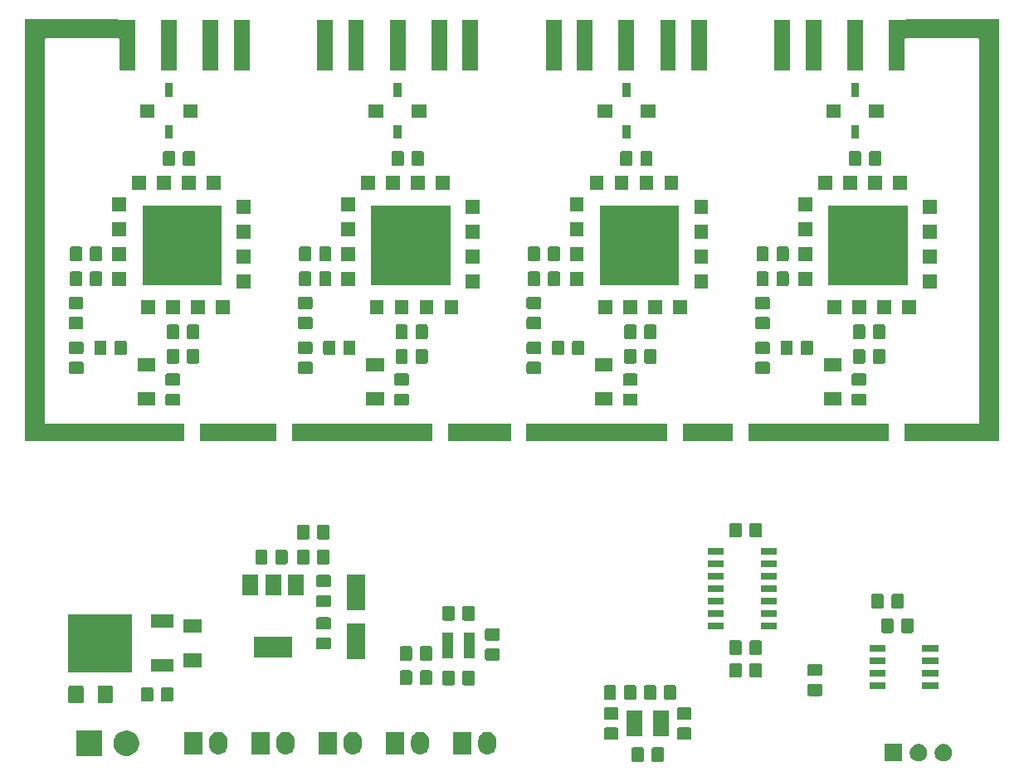
<source format=gbr>
G04 #@! TF.GenerationSoftware,KiCad,Pcbnew,5.1.6+dfsg1-1~bpo10+1*
G04 #@! TF.CreationDate,2020-10-10T21:46:56-04:00*
G04 #@! TF.ProjectId,hardware,68617264-7761-4726-952e-6b696361645f,1.0.0*
G04 #@! TF.SameCoordinates,Original*
G04 #@! TF.FileFunction,Soldermask,Top*
G04 #@! TF.FilePolarity,Negative*
%FSLAX46Y46*%
G04 Gerber Fmt 4.6, Leading zero omitted, Abs format (unit mm)*
G04 Created by KiCad (PCBNEW 5.1.6+dfsg1-1~bpo10+1) date 2020-10-10 21:46:56*
%MOMM*%
%LPD*%
G01*
G04 APERTURE LIST*
%ADD10C,0.100000*%
G04 APERTURE END LIST*
D10*
G36*
X155290000Y-78900000D02*
G01*
X147290000Y-78900000D01*
X147290000Y-70900000D01*
X155290000Y-70900000D01*
X155290000Y-78900000D01*
G37*
X155290000Y-78900000D02*
X147290000Y-78900000D01*
X147290000Y-70900000D01*
X155290000Y-70900000D01*
X155290000Y-78900000D01*
G36*
X131956664Y-78900000D02*
G01*
X123956664Y-78900000D01*
X123956664Y-70900000D01*
X131956664Y-70900000D01*
X131956664Y-78900000D01*
G37*
X131956664Y-78900000D02*
X123956664Y-78900000D01*
X123956664Y-70900000D01*
X131956664Y-70900000D01*
X131956664Y-78900000D01*
G36*
X108621332Y-78900000D02*
G01*
X100621332Y-78900000D01*
X100621332Y-70900000D01*
X108621332Y-70900000D01*
X108621332Y-78900000D01*
G37*
X108621332Y-78900000D02*
X100621332Y-78900000D01*
X100621332Y-70900000D01*
X108621332Y-70900000D01*
X108621332Y-78900000D01*
G36*
X85300000Y-78900000D02*
G01*
X77300000Y-78900000D01*
X77300000Y-70900000D01*
X85300000Y-70900000D01*
X85300000Y-78900000D01*
G37*
X85300000Y-78900000D02*
X77300000Y-78900000D01*
X77300000Y-70900000D01*
X85300000Y-70900000D01*
X85300000Y-78900000D01*
G36*
X130338674Y-126173465D02*
G01*
X130376367Y-126184899D01*
X130411103Y-126203466D01*
X130441548Y-126228452D01*
X130466534Y-126258897D01*
X130485101Y-126293633D01*
X130496535Y-126331326D01*
X130501000Y-126376661D01*
X130501000Y-127463339D01*
X130496535Y-127508674D01*
X130485101Y-127546367D01*
X130466534Y-127581103D01*
X130441548Y-127611548D01*
X130411103Y-127636534D01*
X130376367Y-127655101D01*
X130338674Y-127666535D01*
X130293339Y-127671000D01*
X129456661Y-127671000D01*
X129411326Y-127666535D01*
X129373633Y-127655101D01*
X129338897Y-127636534D01*
X129308452Y-127611548D01*
X129283466Y-127581103D01*
X129264899Y-127546367D01*
X129253465Y-127508674D01*
X129249000Y-127463339D01*
X129249000Y-126376661D01*
X129253465Y-126331326D01*
X129264899Y-126293633D01*
X129283466Y-126258897D01*
X129308452Y-126228452D01*
X129338897Y-126203466D01*
X129373633Y-126184899D01*
X129411326Y-126173465D01*
X129456661Y-126169000D01*
X130293339Y-126169000D01*
X130338674Y-126173465D01*
G37*
G36*
X128288674Y-126173465D02*
G01*
X128326367Y-126184899D01*
X128361103Y-126203466D01*
X128391548Y-126228452D01*
X128416534Y-126258897D01*
X128435101Y-126293633D01*
X128446535Y-126331326D01*
X128451000Y-126376661D01*
X128451000Y-127463339D01*
X128446535Y-127508674D01*
X128435101Y-127546367D01*
X128416534Y-127581103D01*
X128391548Y-127611548D01*
X128361103Y-127636534D01*
X128326367Y-127655101D01*
X128288674Y-127666535D01*
X128243339Y-127671000D01*
X127406661Y-127671000D01*
X127361326Y-127666535D01*
X127323633Y-127655101D01*
X127288897Y-127636534D01*
X127258452Y-127611548D01*
X127233466Y-127581103D01*
X127214899Y-127546367D01*
X127203465Y-127508674D01*
X127199000Y-127463339D01*
X127199000Y-126376661D01*
X127203465Y-126331326D01*
X127214899Y-126293633D01*
X127233466Y-126258897D01*
X127258452Y-126228452D01*
X127288897Y-126203466D01*
X127323633Y-126184899D01*
X127361326Y-126173465D01*
X127406661Y-126169000D01*
X128243339Y-126169000D01*
X128288674Y-126173465D01*
G37*
G36*
X156585178Y-125828927D02*
G01*
X156734478Y-125858624D01*
X156898450Y-125926544D01*
X157046020Y-126025147D01*
X157171519Y-126150646D01*
X157270122Y-126298216D01*
X157338042Y-126462188D01*
X157367739Y-126611488D01*
X157372296Y-126634396D01*
X157372666Y-126636259D01*
X157372666Y-126813741D01*
X157338042Y-126987812D01*
X157270122Y-127151784D01*
X157171519Y-127299354D01*
X157046020Y-127424853D01*
X156898450Y-127523456D01*
X156734478Y-127591376D01*
X156585178Y-127621073D01*
X156560408Y-127626000D01*
X156382924Y-127626000D01*
X156358154Y-127621073D01*
X156208854Y-127591376D01*
X156044882Y-127523456D01*
X155897312Y-127424853D01*
X155771813Y-127299354D01*
X155673210Y-127151784D01*
X155605290Y-126987812D01*
X155570666Y-126813741D01*
X155570666Y-126636259D01*
X155571037Y-126634396D01*
X155575593Y-126611488D01*
X155605290Y-126462188D01*
X155673210Y-126298216D01*
X155771813Y-126150646D01*
X155897312Y-126025147D01*
X156044882Y-125926544D01*
X156208854Y-125858624D01*
X156358154Y-125828927D01*
X156382924Y-125824000D01*
X156560408Y-125824000D01*
X156585178Y-125828927D01*
G37*
G36*
X154832666Y-127626000D02*
G01*
X153030666Y-127626000D01*
X153030666Y-125824000D01*
X154832666Y-125824000D01*
X154832666Y-127626000D01*
G37*
G36*
X159125178Y-125828927D02*
G01*
X159274478Y-125858624D01*
X159438450Y-125926544D01*
X159586020Y-126025147D01*
X159711519Y-126150646D01*
X159810122Y-126298216D01*
X159878042Y-126462188D01*
X159907739Y-126611488D01*
X159912296Y-126634396D01*
X159912666Y-126636259D01*
X159912666Y-126813741D01*
X159878042Y-126987812D01*
X159810122Y-127151784D01*
X159711519Y-127299354D01*
X159586020Y-127424853D01*
X159438450Y-127523456D01*
X159274478Y-127591376D01*
X159125178Y-127621073D01*
X159100408Y-127626000D01*
X158922924Y-127626000D01*
X158898154Y-127621073D01*
X158748854Y-127591376D01*
X158584882Y-127523456D01*
X158437312Y-127424853D01*
X158311813Y-127299354D01*
X158213210Y-127151784D01*
X158145290Y-126987812D01*
X158110666Y-126813741D01*
X158110666Y-126636259D01*
X158111037Y-126634396D01*
X158115593Y-126611488D01*
X158145290Y-126462188D01*
X158213210Y-126298216D01*
X158311813Y-126150646D01*
X158437312Y-126025147D01*
X158584882Y-125926544D01*
X158748854Y-125858624D01*
X158898154Y-125828927D01*
X158922924Y-125824000D01*
X159100408Y-125824000D01*
X159125178Y-125828927D01*
G37*
G36*
X73140680Y-127050680D02*
G01*
X70539320Y-127050680D01*
X70539320Y-124449320D01*
X73140680Y-124449320D01*
X73140680Y-127050680D01*
G37*
G36*
X76029393Y-124499304D02*
G01*
X76266101Y-124597352D01*
X76266103Y-124597353D01*
X76479135Y-124739696D01*
X76660304Y-124920865D01*
X76767302Y-125081000D01*
X76802648Y-125133899D01*
X76900696Y-125370607D01*
X76950680Y-125621893D01*
X76950680Y-125878107D01*
X76900696Y-126129393D01*
X76815879Y-126334158D01*
X76802647Y-126366103D01*
X76660304Y-126579135D01*
X76479135Y-126760304D01*
X76266103Y-126902647D01*
X76266102Y-126902648D01*
X76266101Y-126902648D01*
X76029393Y-127000696D01*
X75778107Y-127050680D01*
X75521893Y-127050680D01*
X75270607Y-127000696D01*
X75033899Y-126902648D01*
X75033898Y-126902648D01*
X75033897Y-126902647D01*
X74820865Y-126760304D01*
X74639696Y-126579135D01*
X74497353Y-126366103D01*
X74484121Y-126334158D01*
X74399304Y-126129393D01*
X74349320Y-125878107D01*
X74349320Y-125621893D01*
X74399304Y-125370607D01*
X74497352Y-125133899D01*
X74532698Y-125081000D01*
X74639696Y-124920865D01*
X74820865Y-124739696D01*
X75033897Y-124597353D01*
X75033899Y-124597352D01*
X75270607Y-124499304D01*
X75521893Y-124449320D01*
X75778107Y-124449320D01*
X76029393Y-124499304D01*
G37*
G36*
X112665548Y-124612326D02*
G01*
X112839157Y-124664990D01*
X112839159Y-124664991D01*
X112999156Y-124750511D01*
X113139398Y-124865603D01*
X113218730Y-124962271D01*
X113254490Y-125005844D01*
X113340011Y-125165843D01*
X113392675Y-125339452D01*
X113406001Y-125474756D01*
X113406001Y-126025243D01*
X113392675Y-126160548D01*
X113340011Y-126334157D01*
X113254490Y-126494156D01*
X113218730Y-126537729D01*
X113139398Y-126634397D01*
X113042730Y-126713729D01*
X112999157Y-126749489D01*
X112839158Y-126835010D01*
X112665549Y-126887674D01*
X112485001Y-126905456D01*
X112304454Y-126887674D01*
X112130845Y-126835010D01*
X111970846Y-126749489D01*
X111927273Y-126713729D01*
X111830605Y-126634397D01*
X111715514Y-126494157D01*
X111715513Y-126494155D01*
X111629991Y-126334157D01*
X111577327Y-126160548D01*
X111564001Y-126025244D01*
X111564001Y-125474757D01*
X111577327Y-125339453D01*
X111629991Y-125165844D01*
X111715512Y-125005845D01*
X111715513Y-125005844D01*
X111830604Y-124865603D01*
X111927272Y-124786271D01*
X111970845Y-124750511D01*
X112130844Y-124664990D01*
X112304453Y-124612326D01*
X112485001Y-124594544D01*
X112665548Y-124612326D01*
G37*
G36*
X105804297Y-124612326D02*
G01*
X105977906Y-124664990D01*
X105977908Y-124664991D01*
X106137905Y-124750511D01*
X106278147Y-124865603D01*
X106357479Y-124962271D01*
X106393239Y-125005844D01*
X106478760Y-125165843D01*
X106531424Y-125339452D01*
X106544750Y-125474756D01*
X106544750Y-126025243D01*
X106531424Y-126160548D01*
X106478760Y-126334157D01*
X106393239Y-126494156D01*
X106357479Y-126537729D01*
X106278147Y-126634397D01*
X106181479Y-126713729D01*
X106137906Y-126749489D01*
X105977907Y-126835010D01*
X105804298Y-126887674D01*
X105623750Y-126905456D01*
X105443203Y-126887674D01*
X105269594Y-126835010D01*
X105109595Y-126749489D01*
X105066022Y-126713729D01*
X104969354Y-126634397D01*
X104854263Y-126494157D01*
X104854262Y-126494155D01*
X104768740Y-126334157D01*
X104716076Y-126160548D01*
X104702750Y-126025244D01*
X104702750Y-125474757D01*
X104716076Y-125339453D01*
X104768740Y-125165844D01*
X104854261Y-125005845D01*
X104854262Y-125005844D01*
X104969353Y-124865603D01*
X105066021Y-124786271D01*
X105109594Y-124750511D01*
X105269593Y-124664990D01*
X105443202Y-124612326D01*
X105623750Y-124594544D01*
X105804297Y-124612326D01*
G37*
G36*
X98943047Y-124612326D02*
G01*
X99116656Y-124664990D01*
X99116658Y-124664991D01*
X99276655Y-124750511D01*
X99416897Y-124865603D01*
X99496229Y-124962271D01*
X99531989Y-125005844D01*
X99617510Y-125165843D01*
X99670174Y-125339452D01*
X99683500Y-125474756D01*
X99683500Y-126025243D01*
X99670174Y-126160548D01*
X99617510Y-126334157D01*
X99531989Y-126494156D01*
X99496229Y-126537729D01*
X99416897Y-126634397D01*
X99320229Y-126713729D01*
X99276656Y-126749489D01*
X99116657Y-126835010D01*
X98943048Y-126887674D01*
X98762500Y-126905456D01*
X98581953Y-126887674D01*
X98408344Y-126835010D01*
X98248345Y-126749489D01*
X98204772Y-126713729D01*
X98108104Y-126634397D01*
X97993013Y-126494157D01*
X97993012Y-126494155D01*
X97907490Y-126334157D01*
X97854826Y-126160548D01*
X97841500Y-126025244D01*
X97841500Y-125474757D01*
X97854826Y-125339453D01*
X97907490Y-125165844D01*
X97993011Y-125005845D01*
X97993012Y-125005844D01*
X98108103Y-124865603D01*
X98204771Y-124786271D01*
X98248344Y-124750511D01*
X98408343Y-124664990D01*
X98581952Y-124612326D01*
X98762500Y-124594544D01*
X98943047Y-124612326D01*
G37*
G36*
X85220547Y-124612326D02*
G01*
X85394156Y-124664990D01*
X85394158Y-124664991D01*
X85554155Y-124750511D01*
X85694397Y-124865603D01*
X85773729Y-124962271D01*
X85809489Y-125005844D01*
X85895010Y-125165843D01*
X85947674Y-125339452D01*
X85961000Y-125474756D01*
X85961000Y-126025243D01*
X85947674Y-126160548D01*
X85895010Y-126334157D01*
X85809489Y-126494156D01*
X85773729Y-126537729D01*
X85694397Y-126634397D01*
X85597729Y-126713729D01*
X85554156Y-126749489D01*
X85394157Y-126835010D01*
X85220548Y-126887674D01*
X85040000Y-126905456D01*
X84859453Y-126887674D01*
X84685844Y-126835010D01*
X84525845Y-126749489D01*
X84482272Y-126713729D01*
X84385604Y-126634397D01*
X84270513Y-126494157D01*
X84270512Y-126494155D01*
X84184990Y-126334157D01*
X84132326Y-126160548D01*
X84119000Y-126025244D01*
X84119000Y-125474757D01*
X84132326Y-125339453D01*
X84184990Y-125165844D01*
X84270511Y-125005845D01*
X84270512Y-125005844D01*
X84385603Y-124865603D01*
X84482271Y-124786271D01*
X84525844Y-124750511D01*
X84685843Y-124664990D01*
X84859452Y-124612326D01*
X85040000Y-124594544D01*
X85220547Y-124612326D01*
G37*
G36*
X92081797Y-124612326D02*
G01*
X92255406Y-124664990D01*
X92255408Y-124664991D01*
X92415405Y-124750511D01*
X92555647Y-124865603D01*
X92634979Y-124962271D01*
X92670739Y-125005844D01*
X92756260Y-125165843D01*
X92808924Y-125339452D01*
X92822250Y-125474756D01*
X92822250Y-126025243D01*
X92808924Y-126160548D01*
X92756260Y-126334157D01*
X92670739Y-126494156D01*
X92634979Y-126537729D01*
X92555647Y-126634397D01*
X92458979Y-126713729D01*
X92415406Y-126749489D01*
X92255407Y-126835010D01*
X92081798Y-126887674D01*
X91901250Y-126905456D01*
X91720703Y-126887674D01*
X91547094Y-126835010D01*
X91387095Y-126749489D01*
X91343522Y-126713729D01*
X91246854Y-126634397D01*
X91131763Y-126494157D01*
X91131762Y-126494155D01*
X91046240Y-126334157D01*
X90993576Y-126160548D01*
X90980250Y-126025244D01*
X90980250Y-125474757D01*
X90993576Y-125339453D01*
X91046240Y-125165844D01*
X91131761Y-125005845D01*
X91131762Y-125005844D01*
X91246853Y-124865603D01*
X91343521Y-124786271D01*
X91387094Y-124750511D01*
X91547093Y-124664990D01*
X91720702Y-124612326D01*
X91901250Y-124594544D01*
X92081797Y-124612326D01*
G37*
G36*
X90282250Y-126901000D02*
G01*
X88440250Y-126901000D01*
X88440250Y-124599000D01*
X90282250Y-124599000D01*
X90282250Y-126901000D01*
G37*
G36*
X104004750Y-126901000D02*
G01*
X102162750Y-126901000D01*
X102162750Y-124599000D01*
X104004750Y-124599000D01*
X104004750Y-126901000D01*
G37*
G36*
X83421000Y-126901000D02*
G01*
X81579000Y-126901000D01*
X81579000Y-124599000D01*
X83421000Y-124599000D01*
X83421000Y-126901000D01*
G37*
G36*
X110866001Y-126901000D02*
G01*
X109024001Y-126901000D01*
X109024001Y-124599000D01*
X110866001Y-124599000D01*
X110866001Y-126901000D01*
G37*
G36*
X97143500Y-126901000D02*
G01*
X95301500Y-126901000D01*
X95301500Y-124599000D01*
X97143500Y-124599000D01*
X97143500Y-126901000D01*
G37*
G36*
X125708674Y-124158465D02*
G01*
X125746367Y-124169899D01*
X125781103Y-124188466D01*
X125811548Y-124213452D01*
X125836534Y-124243897D01*
X125855101Y-124278633D01*
X125866535Y-124316326D01*
X125871000Y-124361661D01*
X125871000Y-125198339D01*
X125866535Y-125243674D01*
X125855101Y-125281367D01*
X125836534Y-125316103D01*
X125811548Y-125346548D01*
X125781103Y-125371534D01*
X125746367Y-125390101D01*
X125708674Y-125401535D01*
X125663339Y-125406000D01*
X124576661Y-125406000D01*
X124531326Y-125401535D01*
X124493633Y-125390101D01*
X124458897Y-125371534D01*
X124428452Y-125346548D01*
X124403466Y-125316103D01*
X124384899Y-125281367D01*
X124373465Y-125243674D01*
X124369000Y-125198339D01*
X124369000Y-124361661D01*
X124373465Y-124316326D01*
X124384899Y-124278633D01*
X124403466Y-124243897D01*
X124428452Y-124213452D01*
X124458897Y-124188466D01*
X124493633Y-124169899D01*
X124531326Y-124158465D01*
X124576661Y-124154000D01*
X125663339Y-124154000D01*
X125708674Y-124158465D01*
G37*
G36*
X133158674Y-124158465D02*
G01*
X133196367Y-124169899D01*
X133231103Y-124188466D01*
X133261548Y-124213452D01*
X133286534Y-124243897D01*
X133305101Y-124278633D01*
X133316535Y-124316326D01*
X133321000Y-124361661D01*
X133321000Y-125198339D01*
X133316535Y-125243674D01*
X133305101Y-125281367D01*
X133286534Y-125316103D01*
X133261548Y-125346548D01*
X133231103Y-125371534D01*
X133196367Y-125390101D01*
X133158674Y-125401535D01*
X133113339Y-125406000D01*
X132026661Y-125406000D01*
X131981326Y-125401535D01*
X131943633Y-125390101D01*
X131908897Y-125371534D01*
X131878452Y-125346548D01*
X131853466Y-125316103D01*
X131834899Y-125281367D01*
X131823465Y-125243674D01*
X131819000Y-125198339D01*
X131819000Y-124361661D01*
X131823465Y-124316326D01*
X131834899Y-124278633D01*
X131853466Y-124243897D01*
X131878452Y-124213452D01*
X131908897Y-124188466D01*
X131943633Y-124169899D01*
X131981326Y-124158465D01*
X132026661Y-124154000D01*
X133113339Y-124154000D01*
X133158674Y-124158465D01*
G37*
G36*
X128331000Y-125081000D02*
G01*
X126669000Y-125081000D01*
X126669000Y-122429000D01*
X128331000Y-122429000D01*
X128331000Y-125081000D01*
G37*
G36*
X131031000Y-125081000D02*
G01*
X129369000Y-125081000D01*
X129369000Y-122429000D01*
X131031000Y-122429000D01*
X131031000Y-125081000D01*
G37*
G36*
X125708674Y-122108465D02*
G01*
X125746367Y-122119899D01*
X125781103Y-122138466D01*
X125811548Y-122163452D01*
X125836534Y-122193897D01*
X125855101Y-122228633D01*
X125866535Y-122266326D01*
X125871000Y-122311661D01*
X125871000Y-123148339D01*
X125866535Y-123193674D01*
X125855101Y-123231367D01*
X125836534Y-123266103D01*
X125811548Y-123296548D01*
X125781103Y-123321534D01*
X125746367Y-123340101D01*
X125708674Y-123351535D01*
X125663339Y-123356000D01*
X124576661Y-123356000D01*
X124531326Y-123351535D01*
X124493633Y-123340101D01*
X124458897Y-123321534D01*
X124428452Y-123296548D01*
X124403466Y-123266103D01*
X124384899Y-123231367D01*
X124373465Y-123193674D01*
X124369000Y-123148339D01*
X124369000Y-122311661D01*
X124373465Y-122266326D01*
X124384899Y-122228633D01*
X124403466Y-122193897D01*
X124428452Y-122163452D01*
X124458897Y-122138466D01*
X124493633Y-122119899D01*
X124531326Y-122108465D01*
X124576661Y-122104000D01*
X125663339Y-122104000D01*
X125708674Y-122108465D01*
G37*
G36*
X133158674Y-122108465D02*
G01*
X133196367Y-122119899D01*
X133231103Y-122138466D01*
X133261548Y-122163452D01*
X133286534Y-122193897D01*
X133305101Y-122228633D01*
X133316535Y-122266326D01*
X133321000Y-122311661D01*
X133321000Y-123148339D01*
X133316535Y-123193674D01*
X133305101Y-123231367D01*
X133286534Y-123266103D01*
X133261548Y-123296548D01*
X133231103Y-123321534D01*
X133196367Y-123340101D01*
X133158674Y-123351535D01*
X133113339Y-123356000D01*
X132026661Y-123356000D01*
X131981326Y-123351535D01*
X131943633Y-123340101D01*
X131908897Y-123321534D01*
X131878452Y-123296548D01*
X131853466Y-123266103D01*
X131834899Y-123231367D01*
X131823465Y-123193674D01*
X131819000Y-123148339D01*
X131819000Y-122311661D01*
X131823465Y-122266326D01*
X131834899Y-122228633D01*
X131853466Y-122193897D01*
X131878452Y-122163452D01*
X131908897Y-122138466D01*
X131943633Y-122119899D01*
X131981326Y-122108465D01*
X132026661Y-122104000D01*
X133113339Y-122104000D01*
X133158674Y-122108465D01*
G37*
G36*
X71121564Y-119856436D02*
G01*
X71156483Y-119867029D01*
X71188665Y-119884231D01*
X71216875Y-119907382D01*
X71240026Y-119935592D01*
X71257228Y-119967774D01*
X71267821Y-120002693D01*
X71272002Y-120045150D01*
X71272002Y-121511360D01*
X71267821Y-121553817D01*
X71257228Y-121588736D01*
X71240026Y-121620918D01*
X71216875Y-121649128D01*
X71188665Y-121672279D01*
X71156483Y-121689481D01*
X71121564Y-121700074D01*
X71079107Y-121704255D01*
X69937897Y-121704255D01*
X69895440Y-121700074D01*
X69860521Y-121689481D01*
X69828339Y-121672279D01*
X69800129Y-121649128D01*
X69776978Y-121620918D01*
X69759776Y-121588736D01*
X69749183Y-121553817D01*
X69745002Y-121511360D01*
X69745002Y-120045150D01*
X69749183Y-120002693D01*
X69759776Y-119967774D01*
X69776978Y-119935592D01*
X69800129Y-119907382D01*
X69828339Y-119884231D01*
X69860521Y-119867029D01*
X69895440Y-119856436D01*
X69937897Y-119852255D01*
X71079107Y-119852255D01*
X71121564Y-119856436D01*
G37*
G36*
X74096564Y-119856436D02*
G01*
X74131483Y-119867029D01*
X74163665Y-119884231D01*
X74191875Y-119907382D01*
X74215026Y-119935592D01*
X74232228Y-119967774D01*
X74242821Y-120002693D01*
X74247002Y-120045150D01*
X74247002Y-121511360D01*
X74242821Y-121553817D01*
X74232228Y-121588736D01*
X74215026Y-121620918D01*
X74191875Y-121649128D01*
X74163665Y-121672279D01*
X74131483Y-121689481D01*
X74096564Y-121700074D01*
X74054107Y-121704255D01*
X72912897Y-121704255D01*
X72870440Y-121700074D01*
X72835521Y-121689481D01*
X72803339Y-121672279D01*
X72775129Y-121649128D01*
X72751978Y-121620918D01*
X72734776Y-121588736D01*
X72724183Y-121553817D01*
X72720002Y-121511360D01*
X72720002Y-120045150D01*
X72724183Y-120002693D01*
X72734776Y-119967774D01*
X72751978Y-119935592D01*
X72775129Y-119907382D01*
X72803339Y-119884231D01*
X72835521Y-119867029D01*
X72870440Y-119856436D01*
X72912897Y-119852255D01*
X74054107Y-119852255D01*
X74096564Y-119856436D01*
G37*
G36*
X80284676Y-120031720D02*
G01*
X80322369Y-120043154D01*
X80357105Y-120061721D01*
X80387550Y-120086707D01*
X80412536Y-120117152D01*
X80431103Y-120151888D01*
X80442537Y-120189581D01*
X80447002Y-120234916D01*
X80447002Y-121321594D01*
X80442537Y-121366929D01*
X80431103Y-121404622D01*
X80412536Y-121439358D01*
X80387550Y-121469803D01*
X80357105Y-121494789D01*
X80322369Y-121513356D01*
X80284676Y-121524790D01*
X80239341Y-121529255D01*
X79402663Y-121529255D01*
X79357328Y-121524790D01*
X79319635Y-121513356D01*
X79284899Y-121494789D01*
X79254454Y-121469803D01*
X79229468Y-121439358D01*
X79210901Y-121404622D01*
X79199467Y-121366929D01*
X79195002Y-121321594D01*
X79195002Y-120234916D01*
X79199467Y-120189581D01*
X79210901Y-120151888D01*
X79229468Y-120117152D01*
X79254454Y-120086707D01*
X79284899Y-120061721D01*
X79319635Y-120043154D01*
X79357328Y-120031720D01*
X79402663Y-120027255D01*
X80239341Y-120027255D01*
X80284676Y-120031720D01*
G37*
G36*
X78234676Y-120031720D02*
G01*
X78272369Y-120043154D01*
X78307105Y-120061721D01*
X78337550Y-120086707D01*
X78362536Y-120117152D01*
X78381103Y-120151888D01*
X78392537Y-120189581D01*
X78397002Y-120234916D01*
X78397002Y-121321594D01*
X78392537Y-121366929D01*
X78381103Y-121404622D01*
X78362536Y-121439358D01*
X78337550Y-121469803D01*
X78307105Y-121494789D01*
X78272369Y-121513356D01*
X78234676Y-121524790D01*
X78189341Y-121529255D01*
X77352663Y-121529255D01*
X77307328Y-121524790D01*
X77269635Y-121513356D01*
X77234899Y-121494789D01*
X77204454Y-121469803D01*
X77179468Y-121439358D01*
X77160901Y-121404622D01*
X77149467Y-121366929D01*
X77145002Y-121321594D01*
X77145002Y-120234916D01*
X77149467Y-120189581D01*
X77160901Y-120151888D01*
X77179468Y-120117152D01*
X77204454Y-120086707D01*
X77234899Y-120061721D01*
X77269635Y-120043154D01*
X77307328Y-120031720D01*
X77352663Y-120027255D01*
X78189341Y-120027255D01*
X78234676Y-120031720D01*
G37*
G36*
X129538674Y-119833465D02*
G01*
X129576367Y-119844899D01*
X129611103Y-119863466D01*
X129641548Y-119888452D01*
X129666534Y-119918897D01*
X129685101Y-119953633D01*
X129696535Y-119991326D01*
X129701000Y-120036661D01*
X129701000Y-121123339D01*
X129696535Y-121168674D01*
X129685101Y-121206367D01*
X129666534Y-121241103D01*
X129641548Y-121271548D01*
X129611103Y-121296534D01*
X129576367Y-121315101D01*
X129538674Y-121326535D01*
X129493339Y-121331000D01*
X128656661Y-121331000D01*
X128611326Y-121326535D01*
X128573633Y-121315101D01*
X128538897Y-121296534D01*
X128508452Y-121271548D01*
X128483466Y-121241103D01*
X128464899Y-121206367D01*
X128453465Y-121168674D01*
X128449000Y-121123339D01*
X128449000Y-120036661D01*
X128453465Y-119991326D01*
X128464899Y-119953633D01*
X128483466Y-119918897D01*
X128508452Y-119888452D01*
X128538897Y-119863466D01*
X128573633Y-119844899D01*
X128611326Y-119833465D01*
X128656661Y-119829000D01*
X129493339Y-119829000D01*
X129538674Y-119833465D01*
G37*
G36*
X125458674Y-119833465D02*
G01*
X125496367Y-119844899D01*
X125531103Y-119863466D01*
X125561548Y-119888452D01*
X125586534Y-119918897D01*
X125605101Y-119953633D01*
X125616535Y-119991326D01*
X125621000Y-120036661D01*
X125621000Y-121123339D01*
X125616535Y-121168674D01*
X125605101Y-121206367D01*
X125586534Y-121241103D01*
X125561548Y-121271548D01*
X125531103Y-121296534D01*
X125496367Y-121315101D01*
X125458674Y-121326535D01*
X125413339Y-121331000D01*
X124576661Y-121331000D01*
X124531326Y-121326535D01*
X124493633Y-121315101D01*
X124458897Y-121296534D01*
X124428452Y-121271548D01*
X124403466Y-121241103D01*
X124384899Y-121206367D01*
X124373465Y-121168674D01*
X124369000Y-121123339D01*
X124369000Y-120036661D01*
X124373465Y-119991326D01*
X124384899Y-119953633D01*
X124403466Y-119918897D01*
X124428452Y-119888452D01*
X124458897Y-119863466D01*
X124493633Y-119844899D01*
X124531326Y-119833465D01*
X124576661Y-119829000D01*
X125413339Y-119829000D01*
X125458674Y-119833465D01*
G37*
G36*
X127508674Y-119833465D02*
G01*
X127546367Y-119844899D01*
X127581103Y-119863466D01*
X127611548Y-119888452D01*
X127636534Y-119918897D01*
X127655101Y-119953633D01*
X127666535Y-119991326D01*
X127671000Y-120036661D01*
X127671000Y-121123339D01*
X127666535Y-121168674D01*
X127655101Y-121206367D01*
X127636534Y-121241103D01*
X127611548Y-121271548D01*
X127581103Y-121296534D01*
X127546367Y-121315101D01*
X127508674Y-121326535D01*
X127463339Y-121331000D01*
X126626661Y-121331000D01*
X126581326Y-121326535D01*
X126543633Y-121315101D01*
X126508897Y-121296534D01*
X126478452Y-121271548D01*
X126453466Y-121241103D01*
X126434899Y-121206367D01*
X126423465Y-121168674D01*
X126419000Y-121123339D01*
X126419000Y-120036661D01*
X126423465Y-119991326D01*
X126434899Y-119953633D01*
X126453466Y-119918897D01*
X126478452Y-119888452D01*
X126508897Y-119863466D01*
X126543633Y-119844899D01*
X126581326Y-119833465D01*
X126626661Y-119829000D01*
X127463339Y-119829000D01*
X127508674Y-119833465D01*
G37*
G36*
X131588674Y-119833465D02*
G01*
X131626367Y-119844899D01*
X131661103Y-119863466D01*
X131691548Y-119888452D01*
X131716534Y-119918897D01*
X131735101Y-119953633D01*
X131746535Y-119991326D01*
X131751000Y-120036661D01*
X131751000Y-121123339D01*
X131746535Y-121168674D01*
X131735101Y-121206367D01*
X131716534Y-121241103D01*
X131691548Y-121271548D01*
X131661103Y-121296534D01*
X131626367Y-121315101D01*
X131588674Y-121326535D01*
X131543339Y-121331000D01*
X130706661Y-121331000D01*
X130661326Y-121326535D01*
X130623633Y-121315101D01*
X130588897Y-121296534D01*
X130558452Y-121271548D01*
X130533466Y-121241103D01*
X130514899Y-121206367D01*
X130503465Y-121168674D01*
X130499000Y-121123339D01*
X130499000Y-120036661D01*
X130503465Y-119991326D01*
X130514899Y-119953633D01*
X130533466Y-119918897D01*
X130558452Y-119888452D01*
X130588897Y-119863466D01*
X130623633Y-119844899D01*
X130661326Y-119833465D01*
X130706661Y-119829000D01*
X131543339Y-119829000D01*
X131588674Y-119833465D01*
G37*
G36*
X146488674Y-119703465D02*
G01*
X146526367Y-119714899D01*
X146561103Y-119733466D01*
X146591548Y-119758452D01*
X146616534Y-119788897D01*
X146635101Y-119823633D01*
X146646535Y-119861326D01*
X146651000Y-119906661D01*
X146651000Y-120743339D01*
X146646535Y-120788674D01*
X146635101Y-120826367D01*
X146616534Y-120861103D01*
X146591548Y-120891548D01*
X146561103Y-120916534D01*
X146526367Y-120935101D01*
X146488674Y-120946535D01*
X146443339Y-120951000D01*
X145356661Y-120951000D01*
X145311326Y-120946535D01*
X145273633Y-120935101D01*
X145238897Y-120916534D01*
X145208452Y-120891548D01*
X145183466Y-120861103D01*
X145164899Y-120826367D01*
X145153465Y-120788674D01*
X145149000Y-120743339D01*
X145149000Y-119906661D01*
X145153465Y-119861326D01*
X145164899Y-119823633D01*
X145183466Y-119788897D01*
X145208452Y-119758452D01*
X145238897Y-119733466D01*
X145273633Y-119714899D01*
X145311326Y-119703465D01*
X145356661Y-119699000D01*
X146443339Y-119699000D01*
X146488674Y-119703465D01*
G37*
G36*
X158516000Y-120256000D02*
G01*
X156864000Y-120256000D01*
X156864000Y-119554000D01*
X158516000Y-119554000D01*
X158516000Y-120256000D01*
G37*
G36*
X153116000Y-120256000D02*
G01*
X151464000Y-120256000D01*
X151464000Y-119554000D01*
X153116000Y-119554000D01*
X153116000Y-120256000D01*
G37*
G36*
X111033119Y-118353465D02*
G01*
X111070812Y-118364899D01*
X111105548Y-118383466D01*
X111135993Y-118408452D01*
X111160979Y-118438897D01*
X111179546Y-118473633D01*
X111190980Y-118511326D01*
X111195445Y-118556661D01*
X111195445Y-119643339D01*
X111190980Y-119688674D01*
X111179546Y-119726367D01*
X111160979Y-119761103D01*
X111135993Y-119791548D01*
X111105548Y-119816534D01*
X111070812Y-119835101D01*
X111033119Y-119846535D01*
X110987784Y-119851000D01*
X110151106Y-119851000D01*
X110105771Y-119846535D01*
X110068078Y-119835101D01*
X110033342Y-119816534D01*
X110002897Y-119791548D01*
X109977911Y-119761103D01*
X109959344Y-119726367D01*
X109947910Y-119688674D01*
X109943445Y-119643339D01*
X109943445Y-118556661D01*
X109947910Y-118511326D01*
X109959344Y-118473633D01*
X109977911Y-118438897D01*
X110002897Y-118408452D01*
X110033342Y-118383466D01*
X110068078Y-118364899D01*
X110105771Y-118353465D01*
X110151106Y-118349000D01*
X110987784Y-118349000D01*
X111033119Y-118353465D01*
G37*
G36*
X108983119Y-118353465D02*
G01*
X109020812Y-118364899D01*
X109055548Y-118383466D01*
X109085993Y-118408452D01*
X109110979Y-118438897D01*
X109129546Y-118473633D01*
X109140980Y-118511326D01*
X109145445Y-118556661D01*
X109145445Y-119643339D01*
X109140980Y-119688674D01*
X109129546Y-119726367D01*
X109110979Y-119761103D01*
X109085993Y-119791548D01*
X109055548Y-119816534D01*
X109020812Y-119835101D01*
X108983119Y-119846535D01*
X108937784Y-119851000D01*
X108101106Y-119851000D01*
X108055771Y-119846535D01*
X108018078Y-119835101D01*
X107983342Y-119816534D01*
X107952897Y-119791548D01*
X107927911Y-119761103D01*
X107909344Y-119726367D01*
X107897910Y-119688674D01*
X107893445Y-119643339D01*
X107893445Y-118556661D01*
X107897910Y-118511326D01*
X107909344Y-118473633D01*
X107927911Y-118438897D01*
X107952897Y-118408452D01*
X107983342Y-118383466D01*
X108018078Y-118364899D01*
X108055771Y-118353465D01*
X108101106Y-118349000D01*
X108937784Y-118349000D01*
X108983119Y-118353465D01*
G37*
G36*
X106688674Y-118320131D02*
G01*
X106726367Y-118331565D01*
X106761103Y-118350132D01*
X106791548Y-118375118D01*
X106816534Y-118405563D01*
X106835101Y-118440299D01*
X106846535Y-118477992D01*
X106851000Y-118523327D01*
X106851000Y-119610005D01*
X106846535Y-119655340D01*
X106835101Y-119693033D01*
X106816534Y-119727769D01*
X106791548Y-119758214D01*
X106761103Y-119783200D01*
X106726367Y-119801767D01*
X106688674Y-119813201D01*
X106643339Y-119817666D01*
X105806661Y-119817666D01*
X105761326Y-119813201D01*
X105723633Y-119801767D01*
X105688897Y-119783200D01*
X105658452Y-119758214D01*
X105633466Y-119727769D01*
X105614899Y-119693033D01*
X105603465Y-119655340D01*
X105599000Y-119610005D01*
X105599000Y-118523327D01*
X105603465Y-118477992D01*
X105614899Y-118440299D01*
X105633466Y-118405563D01*
X105658452Y-118375118D01*
X105688897Y-118350132D01*
X105723633Y-118331565D01*
X105761326Y-118320131D01*
X105806661Y-118315666D01*
X106643339Y-118315666D01*
X106688674Y-118320131D01*
G37*
G36*
X104638674Y-118320131D02*
G01*
X104676367Y-118331565D01*
X104711103Y-118350132D01*
X104741548Y-118375118D01*
X104766534Y-118405563D01*
X104785101Y-118440299D01*
X104796535Y-118477992D01*
X104801000Y-118523327D01*
X104801000Y-119610005D01*
X104796535Y-119655340D01*
X104785101Y-119693033D01*
X104766534Y-119727769D01*
X104741548Y-119758214D01*
X104711103Y-119783200D01*
X104676367Y-119801767D01*
X104638674Y-119813201D01*
X104593339Y-119817666D01*
X103756661Y-119817666D01*
X103711326Y-119813201D01*
X103673633Y-119801767D01*
X103638897Y-119783200D01*
X103608452Y-119758214D01*
X103583466Y-119727769D01*
X103564899Y-119693033D01*
X103553465Y-119655340D01*
X103549000Y-119610005D01*
X103549000Y-118523327D01*
X103553465Y-118477992D01*
X103564899Y-118440299D01*
X103583466Y-118405563D01*
X103608452Y-118375118D01*
X103638897Y-118350132D01*
X103673633Y-118331565D01*
X103711326Y-118320131D01*
X103756661Y-118315666D01*
X104593339Y-118315666D01*
X104638674Y-118320131D01*
G37*
G36*
X138270185Y-117564440D02*
G01*
X138307878Y-117575874D01*
X138342614Y-117594441D01*
X138373059Y-117619427D01*
X138398045Y-117649872D01*
X138416612Y-117684608D01*
X138428046Y-117722301D01*
X138432511Y-117767636D01*
X138432511Y-118854314D01*
X138428046Y-118899649D01*
X138416612Y-118937342D01*
X138398045Y-118972078D01*
X138373059Y-119002523D01*
X138342614Y-119027509D01*
X138307878Y-119046076D01*
X138270185Y-119057510D01*
X138224850Y-119061975D01*
X137388172Y-119061975D01*
X137342837Y-119057510D01*
X137305144Y-119046076D01*
X137270408Y-119027509D01*
X137239963Y-119002523D01*
X137214977Y-118972078D01*
X137196410Y-118937342D01*
X137184976Y-118899649D01*
X137180511Y-118854314D01*
X137180511Y-117767636D01*
X137184976Y-117722301D01*
X137196410Y-117684608D01*
X137214977Y-117649872D01*
X137239963Y-117619427D01*
X137270408Y-117594441D01*
X137305144Y-117575874D01*
X137342837Y-117564440D01*
X137388172Y-117559975D01*
X138224850Y-117559975D01*
X138270185Y-117564440D01*
G37*
G36*
X140320185Y-117564440D02*
G01*
X140357878Y-117575874D01*
X140392614Y-117594441D01*
X140423059Y-117619427D01*
X140448045Y-117649872D01*
X140466612Y-117684608D01*
X140478046Y-117722301D01*
X140482511Y-117767636D01*
X140482511Y-118854314D01*
X140478046Y-118899649D01*
X140466612Y-118937342D01*
X140448045Y-118972078D01*
X140423059Y-119002523D01*
X140392614Y-119027509D01*
X140357878Y-119046076D01*
X140320185Y-119057510D01*
X140274850Y-119061975D01*
X139438172Y-119061975D01*
X139392837Y-119057510D01*
X139355144Y-119046076D01*
X139320408Y-119027509D01*
X139289963Y-119002523D01*
X139264977Y-118972078D01*
X139246410Y-118937342D01*
X139234976Y-118899649D01*
X139230511Y-118854314D01*
X139230511Y-117767636D01*
X139234976Y-117722301D01*
X139246410Y-117684608D01*
X139264977Y-117649872D01*
X139289963Y-117619427D01*
X139320408Y-117594441D01*
X139355144Y-117575874D01*
X139392837Y-117564440D01*
X139438172Y-117559975D01*
X140274850Y-117559975D01*
X140320185Y-117564440D01*
G37*
G36*
X158516000Y-118986000D02*
G01*
X156864000Y-118986000D01*
X156864000Y-118284000D01*
X158516000Y-118284000D01*
X158516000Y-118986000D01*
G37*
G36*
X153116000Y-118986000D02*
G01*
X151464000Y-118986000D01*
X151464000Y-118284000D01*
X153116000Y-118284000D01*
X153116000Y-118986000D01*
G37*
G36*
X146488674Y-117653465D02*
G01*
X146526367Y-117664899D01*
X146561103Y-117683466D01*
X146591548Y-117708452D01*
X146616534Y-117738897D01*
X146635101Y-117773633D01*
X146646535Y-117811326D01*
X146651000Y-117856661D01*
X146651000Y-118693339D01*
X146646535Y-118738674D01*
X146635101Y-118776367D01*
X146616534Y-118811103D01*
X146591548Y-118841548D01*
X146561103Y-118866534D01*
X146526367Y-118885101D01*
X146488674Y-118896535D01*
X146443339Y-118901000D01*
X145356661Y-118901000D01*
X145311326Y-118896535D01*
X145273633Y-118885101D01*
X145238897Y-118866534D01*
X145208452Y-118841548D01*
X145183466Y-118811103D01*
X145164899Y-118776367D01*
X145153465Y-118738674D01*
X145149000Y-118693339D01*
X145149000Y-117856661D01*
X145153465Y-117811326D01*
X145164899Y-117773633D01*
X145183466Y-117738897D01*
X145208452Y-117708452D01*
X145238897Y-117683466D01*
X145273633Y-117664899D01*
X145311326Y-117653465D01*
X145356661Y-117649000D01*
X146443339Y-117649000D01*
X146488674Y-117653465D01*
G37*
G36*
X76247002Y-118504255D02*
G01*
X69745002Y-118504255D01*
X69745002Y-112602255D01*
X76247002Y-112602255D01*
X76247002Y-118504255D01*
G37*
G36*
X80447002Y-118484255D02*
G01*
X78145002Y-118484255D01*
X78145002Y-117182255D01*
X80447002Y-117182255D01*
X80447002Y-118484255D01*
G37*
G36*
X83297002Y-118004255D02*
G01*
X81495002Y-118004255D01*
X81495002Y-116602255D01*
X83297002Y-116602255D01*
X83297002Y-118004255D01*
G37*
G36*
X158516000Y-117716000D02*
G01*
X156864000Y-117716000D01*
X156864000Y-117014000D01*
X158516000Y-117014000D01*
X158516000Y-117716000D01*
G37*
G36*
X153116000Y-117716000D02*
G01*
X151464000Y-117716000D01*
X151464000Y-117014000D01*
X153116000Y-117014000D01*
X153116000Y-117716000D01*
G37*
G36*
X106688674Y-115853465D02*
G01*
X106726367Y-115864899D01*
X106761103Y-115883466D01*
X106791548Y-115908452D01*
X106816534Y-115938897D01*
X106835101Y-115973633D01*
X106846535Y-116011326D01*
X106851000Y-116056661D01*
X106851000Y-117143339D01*
X106846535Y-117188674D01*
X106835101Y-117226367D01*
X106816534Y-117261103D01*
X106791548Y-117291548D01*
X106761103Y-117316534D01*
X106726367Y-117335101D01*
X106688674Y-117346535D01*
X106643339Y-117351000D01*
X105806661Y-117351000D01*
X105761326Y-117346535D01*
X105723633Y-117335101D01*
X105688897Y-117316534D01*
X105658452Y-117291548D01*
X105633466Y-117261103D01*
X105614899Y-117226367D01*
X105603465Y-117188674D01*
X105599000Y-117143339D01*
X105599000Y-116056661D01*
X105603465Y-116011326D01*
X105614899Y-115973633D01*
X105633466Y-115938897D01*
X105658452Y-115908452D01*
X105688897Y-115883466D01*
X105723633Y-115864899D01*
X105761326Y-115853465D01*
X105806661Y-115849000D01*
X106643339Y-115849000D01*
X106688674Y-115853465D01*
G37*
G36*
X104638674Y-115853465D02*
G01*
X104676367Y-115864899D01*
X104711103Y-115883466D01*
X104741548Y-115908452D01*
X104766534Y-115938897D01*
X104785101Y-115973633D01*
X104796535Y-116011326D01*
X104801000Y-116056661D01*
X104801000Y-117143339D01*
X104796535Y-117188674D01*
X104785101Y-117226367D01*
X104766534Y-117261103D01*
X104741548Y-117291548D01*
X104711103Y-117316534D01*
X104676367Y-117335101D01*
X104638674Y-117346535D01*
X104593339Y-117351000D01*
X103756661Y-117351000D01*
X103711326Y-117346535D01*
X103673633Y-117335101D01*
X103638897Y-117316534D01*
X103608452Y-117291548D01*
X103583466Y-117261103D01*
X103564899Y-117226367D01*
X103553465Y-117188674D01*
X103549000Y-117143339D01*
X103549000Y-116056661D01*
X103553465Y-116011326D01*
X103564899Y-115973633D01*
X103583466Y-115938897D01*
X103608452Y-115908452D01*
X103638897Y-115883466D01*
X103673633Y-115864899D01*
X103711326Y-115853465D01*
X103756661Y-115849000D01*
X104593339Y-115849000D01*
X104638674Y-115853465D01*
G37*
G36*
X113588674Y-116078465D02*
G01*
X113626367Y-116089899D01*
X113661103Y-116108466D01*
X113691548Y-116133452D01*
X113716534Y-116163897D01*
X113735101Y-116198633D01*
X113746535Y-116236326D01*
X113751000Y-116281661D01*
X113751000Y-117118339D01*
X113746535Y-117163674D01*
X113735101Y-117201367D01*
X113716534Y-117236103D01*
X113691548Y-117266548D01*
X113661103Y-117291534D01*
X113626367Y-117310101D01*
X113588674Y-117321535D01*
X113543339Y-117326000D01*
X112456661Y-117326000D01*
X112411326Y-117321535D01*
X112373633Y-117310101D01*
X112338897Y-117291534D01*
X112308452Y-117266548D01*
X112283466Y-117236103D01*
X112264899Y-117201367D01*
X112253465Y-117163674D01*
X112249000Y-117118339D01*
X112249000Y-116281661D01*
X112253465Y-116236326D01*
X112264899Y-116198633D01*
X112283466Y-116163897D01*
X112308452Y-116133452D01*
X112338897Y-116108466D01*
X112373633Y-116089899D01*
X112411326Y-116078465D01*
X112456661Y-116074000D01*
X113543339Y-116074000D01*
X113588674Y-116078465D01*
G37*
G36*
X100051000Y-117176000D02*
G01*
X98149000Y-117176000D01*
X98149000Y-113574000D01*
X100051000Y-113574000D01*
X100051000Y-117176000D01*
G37*
G36*
X111225445Y-117076000D02*
G01*
X110063445Y-117076000D01*
X110063445Y-114424000D01*
X111225445Y-114424000D01*
X111225445Y-117076000D01*
G37*
G36*
X109025445Y-117076000D02*
G01*
X107863445Y-117076000D01*
X107863445Y-114424000D01*
X109025445Y-114424000D01*
X109025445Y-117076000D01*
G37*
G36*
X92576000Y-116976000D02*
G01*
X88674000Y-116976000D01*
X88674000Y-114874000D01*
X92576000Y-114874000D01*
X92576000Y-116976000D01*
G37*
G36*
X138270185Y-115249440D02*
G01*
X138307878Y-115260874D01*
X138342614Y-115279441D01*
X138373059Y-115304427D01*
X138398045Y-115334872D01*
X138416612Y-115369608D01*
X138428046Y-115407301D01*
X138432511Y-115452636D01*
X138432511Y-116539314D01*
X138428046Y-116584649D01*
X138416612Y-116622342D01*
X138398045Y-116657078D01*
X138373059Y-116687523D01*
X138342614Y-116712509D01*
X138307878Y-116731076D01*
X138270185Y-116742510D01*
X138224850Y-116746975D01*
X137388172Y-116746975D01*
X137342837Y-116742510D01*
X137305144Y-116731076D01*
X137270408Y-116712509D01*
X137239963Y-116687523D01*
X137214977Y-116657078D01*
X137196410Y-116622342D01*
X137184976Y-116584649D01*
X137180511Y-116539314D01*
X137180511Y-115452636D01*
X137184976Y-115407301D01*
X137196410Y-115369608D01*
X137214977Y-115334872D01*
X137239963Y-115304427D01*
X137270408Y-115279441D01*
X137305144Y-115260874D01*
X137342837Y-115249440D01*
X137388172Y-115244975D01*
X138224850Y-115244975D01*
X138270185Y-115249440D01*
G37*
G36*
X140320185Y-115249440D02*
G01*
X140357878Y-115260874D01*
X140392614Y-115279441D01*
X140423059Y-115304427D01*
X140448045Y-115334872D01*
X140466612Y-115369608D01*
X140478046Y-115407301D01*
X140482511Y-115452636D01*
X140482511Y-116539314D01*
X140478046Y-116584649D01*
X140466612Y-116622342D01*
X140448045Y-116657078D01*
X140423059Y-116687523D01*
X140392614Y-116712509D01*
X140357878Y-116731076D01*
X140320185Y-116742510D01*
X140274850Y-116746975D01*
X139438172Y-116746975D01*
X139392837Y-116742510D01*
X139355144Y-116731076D01*
X139320408Y-116712509D01*
X139289963Y-116687523D01*
X139264977Y-116657078D01*
X139246410Y-116622342D01*
X139234976Y-116584649D01*
X139230511Y-116539314D01*
X139230511Y-115452636D01*
X139234976Y-115407301D01*
X139246410Y-115369608D01*
X139264977Y-115334872D01*
X139289963Y-115304427D01*
X139320408Y-115279441D01*
X139355144Y-115260874D01*
X139392837Y-115249440D01*
X139438172Y-115244975D01*
X140274850Y-115244975D01*
X140320185Y-115249440D01*
G37*
G36*
X158516000Y-116446000D02*
G01*
X156864000Y-116446000D01*
X156864000Y-115744000D01*
X158516000Y-115744000D01*
X158516000Y-116446000D01*
G37*
G36*
X153116000Y-116446000D02*
G01*
X151464000Y-116446000D01*
X151464000Y-115744000D01*
X153116000Y-115744000D01*
X153116000Y-116446000D01*
G37*
G36*
X96363674Y-114953465D02*
G01*
X96401367Y-114964899D01*
X96436103Y-114983466D01*
X96466548Y-115008452D01*
X96491534Y-115038897D01*
X96510101Y-115073633D01*
X96521535Y-115111326D01*
X96526000Y-115156661D01*
X96526000Y-115993339D01*
X96521535Y-116038674D01*
X96510101Y-116076367D01*
X96491534Y-116111103D01*
X96466548Y-116141548D01*
X96436103Y-116166534D01*
X96401367Y-116185101D01*
X96363674Y-116196535D01*
X96318339Y-116201000D01*
X95231661Y-116201000D01*
X95186326Y-116196535D01*
X95148633Y-116185101D01*
X95113897Y-116166534D01*
X95083452Y-116141548D01*
X95058466Y-116111103D01*
X95039899Y-116076367D01*
X95028465Y-116038674D01*
X95024000Y-115993339D01*
X95024000Y-115156661D01*
X95028465Y-115111326D01*
X95039899Y-115073633D01*
X95058466Y-115038897D01*
X95083452Y-115008452D01*
X95113897Y-114983466D01*
X95148633Y-114964899D01*
X95186326Y-114953465D01*
X95231661Y-114949000D01*
X96318339Y-114949000D01*
X96363674Y-114953465D01*
G37*
G36*
X113588674Y-114028465D02*
G01*
X113626367Y-114039899D01*
X113661103Y-114058466D01*
X113691548Y-114083452D01*
X113716534Y-114113897D01*
X113735101Y-114148633D01*
X113746535Y-114186326D01*
X113751000Y-114231661D01*
X113751000Y-115068339D01*
X113746535Y-115113674D01*
X113735101Y-115151367D01*
X113716534Y-115186103D01*
X113691548Y-115216548D01*
X113661103Y-115241534D01*
X113626367Y-115260101D01*
X113588674Y-115271535D01*
X113543339Y-115276000D01*
X112456661Y-115276000D01*
X112411326Y-115271535D01*
X112373633Y-115260101D01*
X112338897Y-115241534D01*
X112308452Y-115216548D01*
X112283466Y-115186103D01*
X112264899Y-115151367D01*
X112253465Y-115113674D01*
X112249000Y-115068339D01*
X112249000Y-114231661D01*
X112253465Y-114186326D01*
X112264899Y-114148633D01*
X112283466Y-114113897D01*
X112308452Y-114083452D01*
X112338897Y-114058466D01*
X112373633Y-114039899D01*
X112411326Y-114028465D01*
X112456661Y-114024000D01*
X113543339Y-114024000D01*
X113588674Y-114028465D01*
G37*
G36*
X153753674Y-113013465D02*
G01*
X153791367Y-113024899D01*
X153826103Y-113043466D01*
X153856548Y-113068452D01*
X153881534Y-113098897D01*
X153900101Y-113133633D01*
X153911535Y-113171326D01*
X153916000Y-113216661D01*
X153916000Y-114303339D01*
X153911535Y-114348674D01*
X153900101Y-114386367D01*
X153881534Y-114421103D01*
X153856548Y-114451548D01*
X153826103Y-114476534D01*
X153791367Y-114495101D01*
X153753674Y-114506535D01*
X153708339Y-114511000D01*
X152871661Y-114511000D01*
X152826326Y-114506535D01*
X152788633Y-114495101D01*
X152753897Y-114476534D01*
X152723452Y-114451548D01*
X152698466Y-114421103D01*
X152679899Y-114386367D01*
X152668465Y-114348674D01*
X152664000Y-114303339D01*
X152664000Y-113216661D01*
X152668465Y-113171326D01*
X152679899Y-113133633D01*
X152698466Y-113098897D01*
X152723452Y-113068452D01*
X152753897Y-113043466D01*
X152788633Y-113024899D01*
X152826326Y-113013465D01*
X152871661Y-113009000D01*
X153708339Y-113009000D01*
X153753674Y-113013465D01*
G37*
G36*
X155803674Y-113013465D02*
G01*
X155841367Y-113024899D01*
X155876103Y-113043466D01*
X155906548Y-113068452D01*
X155931534Y-113098897D01*
X155950101Y-113133633D01*
X155961535Y-113171326D01*
X155966000Y-113216661D01*
X155966000Y-114303339D01*
X155961535Y-114348674D01*
X155950101Y-114386367D01*
X155931534Y-114421103D01*
X155906548Y-114451548D01*
X155876103Y-114476534D01*
X155841367Y-114495101D01*
X155803674Y-114506535D01*
X155758339Y-114511000D01*
X154921661Y-114511000D01*
X154876326Y-114506535D01*
X154838633Y-114495101D01*
X154803897Y-114476534D01*
X154773452Y-114451548D01*
X154748466Y-114421103D01*
X154729899Y-114386367D01*
X154718465Y-114348674D01*
X154714000Y-114303339D01*
X154714000Y-113216661D01*
X154718465Y-113171326D01*
X154729899Y-113133633D01*
X154748466Y-113098897D01*
X154773452Y-113068452D01*
X154803897Y-113043466D01*
X154838633Y-113024899D01*
X154876326Y-113013465D01*
X154921661Y-113009000D01*
X155758339Y-113009000D01*
X155803674Y-113013465D01*
G37*
G36*
X83297002Y-114504255D02*
G01*
X81495002Y-114504255D01*
X81495002Y-113102255D01*
X83297002Y-113102255D01*
X83297002Y-114504255D01*
G37*
G36*
X142001000Y-114161000D02*
G01*
X140399000Y-114161000D01*
X140399000Y-113459000D01*
X142001000Y-113459000D01*
X142001000Y-114161000D01*
G37*
G36*
X136601000Y-114161000D02*
G01*
X134999000Y-114161000D01*
X134999000Y-113459000D01*
X136601000Y-113459000D01*
X136601000Y-114161000D01*
G37*
G36*
X96363674Y-112903465D02*
G01*
X96401367Y-112914899D01*
X96436103Y-112933466D01*
X96466548Y-112958452D01*
X96491534Y-112988897D01*
X96510101Y-113023633D01*
X96521535Y-113061326D01*
X96526000Y-113106661D01*
X96526000Y-113943339D01*
X96521535Y-113988674D01*
X96510101Y-114026367D01*
X96491534Y-114061103D01*
X96466548Y-114091548D01*
X96436103Y-114116534D01*
X96401367Y-114135101D01*
X96363674Y-114146535D01*
X96318339Y-114151000D01*
X95231661Y-114151000D01*
X95186326Y-114146535D01*
X95148633Y-114135101D01*
X95113897Y-114116534D01*
X95083452Y-114091548D01*
X95058466Y-114061103D01*
X95039899Y-114026367D01*
X95028465Y-113988674D01*
X95024000Y-113943339D01*
X95024000Y-113106661D01*
X95028465Y-113061326D01*
X95039899Y-113023633D01*
X95058466Y-112988897D01*
X95083452Y-112958452D01*
X95113897Y-112933466D01*
X95148633Y-112914899D01*
X95186326Y-112903465D01*
X95231661Y-112899000D01*
X96318339Y-112899000D01*
X96363674Y-112903465D01*
G37*
G36*
X80447002Y-113924255D02*
G01*
X78145002Y-113924255D01*
X78145002Y-112622255D01*
X80447002Y-112622255D01*
X80447002Y-113924255D01*
G37*
G36*
X108983119Y-111753465D02*
G01*
X109020812Y-111764899D01*
X109055548Y-111783466D01*
X109085993Y-111808452D01*
X109110979Y-111838897D01*
X109129546Y-111873633D01*
X109140980Y-111911326D01*
X109145445Y-111956661D01*
X109145445Y-113043339D01*
X109140980Y-113088674D01*
X109129546Y-113126367D01*
X109110979Y-113161103D01*
X109085993Y-113191548D01*
X109055548Y-113216534D01*
X109020812Y-113235101D01*
X108983119Y-113246535D01*
X108937784Y-113251000D01*
X108101106Y-113251000D01*
X108055771Y-113246535D01*
X108018078Y-113235101D01*
X107983342Y-113216534D01*
X107952897Y-113191548D01*
X107927911Y-113161103D01*
X107909344Y-113126367D01*
X107897910Y-113088674D01*
X107893445Y-113043339D01*
X107893445Y-111956661D01*
X107897910Y-111911326D01*
X107909344Y-111873633D01*
X107927911Y-111838897D01*
X107952897Y-111808452D01*
X107983342Y-111783466D01*
X108018078Y-111764899D01*
X108055771Y-111753465D01*
X108101106Y-111749000D01*
X108937784Y-111749000D01*
X108983119Y-111753465D01*
G37*
G36*
X111033119Y-111753465D02*
G01*
X111070812Y-111764899D01*
X111105548Y-111783466D01*
X111135993Y-111808452D01*
X111160979Y-111838897D01*
X111179546Y-111873633D01*
X111190980Y-111911326D01*
X111195445Y-111956661D01*
X111195445Y-113043339D01*
X111190980Y-113088674D01*
X111179546Y-113126367D01*
X111160979Y-113161103D01*
X111135993Y-113191548D01*
X111105548Y-113216534D01*
X111070812Y-113235101D01*
X111033119Y-113246535D01*
X110987784Y-113251000D01*
X110151106Y-113251000D01*
X110105771Y-113246535D01*
X110068078Y-113235101D01*
X110033342Y-113216534D01*
X110002897Y-113191548D01*
X109977911Y-113161103D01*
X109959344Y-113126367D01*
X109947910Y-113088674D01*
X109943445Y-113043339D01*
X109943445Y-111956661D01*
X109947910Y-111911326D01*
X109959344Y-111873633D01*
X109977911Y-111838897D01*
X110002897Y-111808452D01*
X110033342Y-111783466D01*
X110068078Y-111764899D01*
X110105771Y-111753465D01*
X110151106Y-111749000D01*
X110987784Y-111749000D01*
X111033119Y-111753465D01*
G37*
G36*
X142001000Y-112891000D02*
G01*
X140399000Y-112891000D01*
X140399000Y-112189000D01*
X142001000Y-112189000D01*
X142001000Y-112891000D01*
G37*
G36*
X136601000Y-112891000D02*
G01*
X134999000Y-112891000D01*
X134999000Y-112189000D01*
X136601000Y-112189000D01*
X136601000Y-112891000D01*
G37*
G36*
X100051000Y-112176000D02*
G01*
X98149000Y-112176000D01*
X98149000Y-108574000D01*
X100051000Y-108574000D01*
X100051000Y-112176000D01*
G37*
G36*
X152753674Y-110513465D02*
G01*
X152791367Y-110524899D01*
X152826103Y-110543466D01*
X152856548Y-110568452D01*
X152881534Y-110598897D01*
X152900101Y-110633633D01*
X152911535Y-110671326D01*
X152916000Y-110716661D01*
X152916000Y-111803339D01*
X152911535Y-111848674D01*
X152900101Y-111886367D01*
X152881534Y-111921103D01*
X152856548Y-111951548D01*
X152826103Y-111976534D01*
X152791367Y-111995101D01*
X152753674Y-112006535D01*
X152708339Y-112011000D01*
X151871661Y-112011000D01*
X151826326Y-112006535D01*
X151788633Y-111995101D01*
X151753897Y-111976534D01*
X151723452Y-111951548D01*
X151698466Y-111921103D01*
X151679899Y-111886367D01*
X151668465Y-111848674D01*
X151664000Y-111803339D01*
X151664000Y-110716661D01*
X151668465Y-110671326D01*
X151679899Y-110633633D01*
X151698466Y-110598897D01*
X151723452Y-110568452D01*
X151753897Y-110543466D01*
X151788633Y-110524899D01*
X151826326Y-110513465D01*
X151871661Y-110509000D01*
X152708339Y-110509000D01*
X152753674Y-110513465D01*
G37*
G36*
X154803674Y-110513465D02*
G01*
X154841367Y-110524899D01*
X154876103Y-110543466D01*
X154906548Y-110568452D01*
X154931534Y-110598897D01*
X154950101Y-110633633D01*
X154961535Y-110671326D01*
X154966000Y-110716661D01*
X154966000Y-111803339D01*
X154961535Y-111848674D01*
X154950101Y-111886367D01*
X154931534Y-111921103D01*
X154906548Y-111951548D01*
X154876103Y-111976534D01*
X154841367Y-111995101D01*
X154803674Y-112006535D01*
X154758339Y-112011000D01*
X153921661Y-112011000D01*
X153876326Y-112006535D01*
X153838633Y-111995101D01*
X153803897Y-111976534D01*
X153773452Y-111951548D01*
X153748466Y-111921103D01*
X153729899Y-111886367D01*
X153718465Y-111848674D01*
X153714000Y-111803339D01*
X153714000Y-110716661D01*
X153718465Y-110671326D01*
X153729899Y-110633633D01*
X153748466Y-110598897D01*
X153773452Y-110568452D01*
X153803897Y-110543466D01*
X153838633Y-110524899D01*
X153876326Y-110513465D01*
X153921661Y-110509000D01*
X154758339Y-110509000D01*
X154803674Y-110513465D01*
G37*
G36*
X96363674Y-110628465D02*
G01*
X96401367Y-110639899D01*
X96436103Y-110658466D01*
X96466548Y-110683452D01*
X96491534Y-110713897D01*
X96510101Y-110748633D01*
X96521535Y-110786326D01*
X96526000Y-110831661D01*
X96526000Y-111668339D01*
X96521535Y-111713674D01*
X96510101Y-111751367D01*
X96491534Y-111786103D01*
X96466548Y-111816548D01*
X96436103Y-111841534D01*
X96401367Y-111860101D01*
X96363674Y-111871535D01*
X96318339Y-111876000D01*
X95231661Y-111876000D01*
X95186326Y-111871535D01*
X95148633Y-111860101D01*
X95113897Y-111841534D01*
X95083452Y-111816548D01*
X95058466Y-111786103D01*
X95039899Y-111751367D01*
X95028465Y-111713674D01*
X95024000Y-111668339D01*
X95024000Y-110831661D01*
X95028465Y-110786326D01*
X95039899Y-110748633D01*
X95058466Y-110713897D01*
X95083452Y-110683452D01*
X95113897Y-110658466D01*
X95148633Y-110639899D01*
X95186326Y-110628465D01*
X95231661Y-110624000D01*
X96318339Y-110624000D01*
X96363674Y-110628465D01*
G37*
G36*
X136601000Y-111621000D02*
G01*
X134999000Y-111621000D01*
X134999000Y-110919000D01*
X136601000Y-110919000D01*
X136601000Y-111621000D01*
G37*
G36*
X142001000Y-111621000D02*
G01*
X140399000Y-111621000D01*
X140399000Y-110919000D01*
X142001000Y-110919000D01*
X142001000Y-111621000D01*
G37*
G36*
X89126000Y-110676000D02*
G01*
X87524000Y-110676000D01*
X87524000Y-108574000D01*
X89126000Y-108574000D01*
X89126000Y-110676000D01*
G37*
G36*
X93726000Y-110676000D02*
G01*
X92124000Y-110676000D01*
X92124000Y-108574000D01*
X93726000Y-108574000D01*
X93726000Y-110676000D01*
G37*
G36*
X91426000Y-110676000D02*
G01*
X89824000Y-110676000D01*
X89824000Y-108574000D01*
X91426000Y-108574000D01*
X91426000Y-110676000D01*
G37*
G36*
X136601000Y-110351000D02*
G01*
X134999000Y-110351000D01*
X134999000Y-109649000D01*
X136601000Y-109649000D01*
X136601000Y-110351000D01*
G37*
G36*
X142001000Y-110351000D02*
G01*
X140399000Y-110351000D01*
X140399000Y-109649000D01*
X142001000Y-109649000D01*
X142001000Y-110351000D01*
G37*
G36*
X96363674Y-108578465D02*
G01*
X96401367Y-108589899D01*
X96436103Y-108608466D01*
X96466548Y-108633452D01*
X96491534Y-108663897D01*
X96510101Y-108698633D01*
X96521535Y-108736326D01*
X96526000Y-108781661D01*
X96526000Y-109618339D01*
X96521535Y-109663674D01*
X96510101Y-109701367D01*
X96491534Y-109736103D01*
X96466548Y-109766548D01*
X96436103Y-109791534D01*
X96401367Y-109810101D01*
X96363674Y-109821535D01*
X96318339Y-109826000D01*
X95231661Y-109826000D01*
X95186326Y-109821535D01*
X95148633Y-109810101D01*
X95113897Y-109791534D01*
X95083452Y-109766548D01*
X95058466Y-109736103D01*
X95039899Y-109701367D01*
X95028465Y-109663674D01*
X95024000Y-109618339D01*
X95024000Y-108781661D01*
X95028465Y-108736326D01*
X95039899Y-108698633D01*
X95058466Y-108663897D01*
X95083452Y-108633452D01*
X95113897Y-108608466D01*
X95148633Y-108589899D01*
X95186326Y-108578465D01*
X95231661Y-108574000D01*
X96318339Y-108574000D01*
X96363674Y-108578465D01*
G37*
G36*
X136601000Y-109081000D02*
G01*
X134999000Y-109081000D01*
X134999000Y-108379000D01*
X136601000Y-108379000D01*
X136601000Y-109081000D01*
G37*
G36*
X142001000Y-109081000D02*
G01*
X140399000Y-109081000D01*
X140399000Y-108379000D01*
X142001000Y-108379000D01*
X142001000Y-109081000D01*
G37*
G36*
X142001000Y-107811000D02*
G01*
X140399000Y-107811000D01*
X140399000Y-107109000D01*
X142001000Y-107109000D01*
X142001000Y-107811000D01*
G37*
G36*
X136601000Y-107811000D02*
G01*
X134999000Y-107811000D01*
X134999000Y-107109000D01*
X136601000Y-107109000D01*
X136601000Y-107811000D01*
G37*
G36*
X91938674Y-106003465D02*
G01*
X91976367Y-106014899D01*
X92011103Y-106033466D01*
X92041548Y-106058452D01*
X92066534Y-106088897D01*
X92085101Y-106123633D01*
X92096535Y-106161326D01*
X92101000Y-106206661D01*
X92101000Y-107293339D01*
X92096535Y-107338674D01*
X92085101Y-107376367D01*
X92066534Y-107411103D01*
X92041548Y-107441548D01*
X92011103Y-107466534D01*
X91976367Y-107485101D01*
X91938674Y-107496535D01*
X91893339Y-107501000D01*
X91056661Y-107501000D01*
X91011326Y-107496535D01*
X90973633Y-107485101D01*
X90938897Y-107466534D01*
X90908452Y-107441548D01*
X90883466Y-107411103D01*
X90864899Y-107376367D01*
X90853465Y-107338674D01*
X90849000Y-107293339D01*
X90849000Y-106206661D01*
X90853465Y-106161326D01*
X90864899Y-106123633D01*
X90883466Y-106088897D01*
X90908452Y-106058452D01*
X90938897Y-106033466D01*
X90973633Y-106014899D01*
X91011326Y-106003465D01*
X91056661Y-105999000D01*
X91893339Y-105999000D01*
X91938674Y-106003465D01*
G37*
G36*
X89888674Y-106003465D02*
G01*
X89926367Y-106014899D01*
X89961103Y-106033466D01*
X89991548Y-106058452D01*
X90016534Y-106088897D01*
X90035101Y-106123633D01*
X90046535Y-106161326D01*
X90051000Y-106206661D01*
X90051000Y-107293339D01*
X90046535Y-107338674D01*
X90035101Y-107376367D01*
X90016534Y-107411103D01*
X89991548Y-107441548D01*
X89961103Y-107466534D01*
X89926367Y-107485101D01*
X89888674Y-107496535D01*
X89843339Y-107501000D01*
X89006661Y-107501000D01*
X88961326Y-107496535D01*
X88923633Y-107485101D01*
X88888897Y-107466534D01*
X88858452Y-107441548D01*
X88833466Y-107411103D01*
X88814899Y-107376367D01*
X88803465Y-107338674D01*
X88799000Y-107293339D01*
X88799000Y-106206661D01*
X88803465Y-106161326D01*
X88814899Y-106123633D01*
X88833466Y-106088897D01*
X88858452Y-106058452D01*
X88888897Y-106033466D01*
X88923633Y-106014899D01*
X88961326Y-106003465D01*
X89006661Y-105999000D01*
X89843339Y-105999000D01*
X89888674Y-106003465D01*
G37*
G36*
X94163674Y-106003465D02*
G01*
X94201367Y-106014899D01*
X94236103Y-106033466D01*
X94266548Y-106058452D01*
X94291534Y-106088897D01*
X94310101Y-106123633D01*
X94321535Y-106161326D01*
X94326000Y-106206661D01*
X94326000Y-107293339D01*
X94321535Y-107338674D01*
X94310101Y-107376367D01*
X94291534Y-107411103D01*
X94266548Y-107441548D01*
X94236103Y-107466534D01*
X94201367Y-107485101D01*
X94163674Y-107496535D01*
X94118339Y-107501000D01*
X93281661Y-107501000D01*
X93236326Y-107496535D01*
X93198633Y-107485101D01*
X93163897Y-107466534D01*
X93133452Y-107441548D01*
X93108466Y-107411103D01*
X93089899Y-107376367D01*
X93078465Y-107338674D01*
X93074000Y-107293339D01*
X93074000Y-106206661D01*
X93078465Y-106161326D01*
X93089899Y-106123633D01*
X93108466Y-106088897D01*
X93133452Y-106058452D01*
X93163897Y-106033466D01*
X93198633Y-106014899D01*
X93236326Y-106003465D01*
X93281661Y-105999000D01*
X94118339Y-105999000D01*
X94163674Y-106003465D01*
G37*
G36*
X96213674Y-106003465D02*
G01*
X96251367Y-106014899D01*
X96286103Y-106033466D01*
X96316548Y-106058452D01*
X96341534Y-106088897D01*
X96360101Y-106123633D01*
X96371535Y-106161326D01*
X96376000Y-106206661D01*
X96376000Y-107293339D01*
X96371535Y-107338674D01*
X96360101Y-107376367D01*
X96341534Y-107411103D01*
X96316548Y-107441548D01*
X96286103Y-107466534D01*
X96251367Y-107485101D01*
X96213674Y-107496535D01*
X96168339Y-107501000D01*
X95331661Y-107501000D01*
X95286326Y-107496535D01*
X95248633Y-107485101D01*
X95213897Y-107466534D01*
X95183452Y-107441548D01*
X95158466Y-107411103D01*
X95139899Y-107376367D01*
X95128465Y-107338674D01*
X95124000Y-107293339D01*
X95124000Y-106206661D01*
X95128465Y-106161326D01*
X95139899Y-106123633D01*
X95158466Y-106088897D01*
X95183452Y-106058452D01*
X95213897Y-106033466D01*
X95248633Y-106014899D01*
X95286326Y-106003465D01*
X95331661Y-105999000D01*
X96168339Y-105999000D01*
X96213674Y-106003465D01*
G37*
G36*
X142001000Y-106541000D02*
G01*
X140399000Y-106541000D01*
X140399000Y-105839000D01*
X142001000Y-105839000D01*
X142001000Y-106541000D01*
G37*
G36*
X136601000Y-106541000D02*
G01*
X134999000Y-106541000D01*
X134999000Y-105839000D01*
X136601000Y-105839000D01*
X136601000Y-106541000D01*
G37*
G36*
X96213674Y-103453465D02*
G01*
X96251367Y-103464899D01*
X96286103Y-103483466D01*
X96316548Y-103508452D01*
X96341534Y-103538897D01*
X96360101Y-103573633D01*
X96371535Y-103611326D01*
X96376000Y-103656661D01*
X96376000Y-104743339D01*
X96371535Y-104788674D01*
X96360101Y-104826367D01*
X96341534Y-104861103D01*
X96316548Y-104891548D01*
X96286103Y-104916534D01*
X96251367Y-104935101D01*
X96213674Y-104946535D01*
X96168339Y-104951000D01*
X95331661Y-104951000D01*
X95286326Y-104946535D01*
X95248633Y-104935101D01*
X95213897Y-104916534D01*
X95183452Y-104891548D01*
X95158466Y-104861103D01*
X95139899Y-104826367D01*
X95128465Y-104788674D01*
X95124000Y-104743339D01*
X95124000Y-103656661D01*
X95128465Y-103611326D01*
X95139899Y-103573633D01*
X95158466Y-103538897D01*
X95183452Y-103508452D01*
X95213897Y-103483466D01*
X95248633Y-103464899D01*
X95286326Y-103453465D01*
X95331661Y-103449000D01*
X96168339Y-103449000D01*
X96213674Y-103453465D01*
G37*
G36*
X94163674Y-103453465D02*
G01*
X94201367Y-103464899D01*
X94236103Y-103483466D01*
X94266548Y-103508452D01*
X94291534Y-103538897D01*
X94310101Y-103573633D01*
X94321535Y-103611326D01*
X94326000Y-103656661D01*
X94326000Y-104743339D01*
X94321535Y-104788674D01*
X94310101Y-104826367D01*
X94291534Y-104861103D01*
X94266548Y-104891548D01*
X94236103Y-104916534D01*
X94201367Y-104935101D01*
X94163674Y-104946535D01*
X94118339Y-104951000D01*
X93281661Y-104951000D01*
X93236326Y-104946535D01*
X93198633Y-104935101D01*
X93163897Y-104916534D01*
X93133452Y-104891548D01*
X93108466Y-104861103D01*
X93089899Y-104826367D01*
X93078465Y-104788674D01*
X93074000Y-104743339D01*
X93074000Y-103656661D01*
X93078465Y-103611326D01*
X93089899Y-103573633D01*
X93108466Y-103538897D01*
X93133452Y-103508452D01*
X93163897Y-103483466D01*
X93198633Y-103464899D01*
X93236326Y-103453465D01*
X93281661Y-103449000D01*
X94118339Y-103449000D01*
X94163674Y-103453465D01*
G37*
G36*
X140320185Y-103255767D02*
G01*
X140357878Y-103267201D01*
X140392614Y-103285768D01*
X140423059Y-103310754D01*
X140448045Y-103341199D01*
X140466612Y-103375935D01*
X140478046Y-103413628D01*
X140482511Y-103458963D01*
X140482511Y-104545641D01*
X140478046Y-104590976D01*
X140466612Y-104628669D01*
X140448045Y-104663405D01*
X140423059Y-104693850D01*
X140392614Y-104718836D01*
X140357878Y-104737403D01*
X140320185Y-104748837D01*
X140274850Y-104753302D01*
X139438172Y-104753302D01*
X139392837Y-104748837D01*
X139355144Y-104737403D01*
X139320408Y-104718836D01*
X139289963Y-104693850D01*
X139264977Y-104663405D01*
X139246410Y-104628669D01*
X139234976Y-104590976D01*
X139230511Y-104545641D01*
X139230511Y-103458963D01*
X139234976Y-103413628D01*
X139246410Y-103375935D01*
X139264977Y-103341199D01*
X139289963Y-103310754D01*
X139320408Y-103285768D01*
X139355144Y-103267201D01*
X139392837Y-103255767D01*
X139438172Y-103251302D01*
X140274850Y-103251302D01*
X140320185Y-103255767D01*
G37*
G36*
X138270185Y-103255767D02*
G01*
X138307878Y-103267201D01*
X138342614Y-103285768D01*
X138373059Y-103310754D01*
X138398045Y-103341199D01*
X138416612Y-103375935D01*
X138428046Y-103413628D01*
X138432511Y-103458963D01*
X138432511Y-104545641D01*
X138428046Y-104590976D01*
X138416612Y-104628669D01*
X138398045Y-104663405D01*
X138373059Y-104693850D01*
X138342614Y-104718836D01*
X138307878Y-104737403D01*
X138270185Y-104748837D01*
X138224850Y-104753302D01*
X137388172Y-104753302D01*
X137342837Y-104748837D01*
X137305144Y-104737403D01*
X137270408Y-104718836D01*
X137239963Y-104693850D01*
X137214977Y-104663405D01*
X137196410Y-104628669D01*
X137184976Y-104590976D01*
X137180511Y-104545641D01*
X137180511Y-103458963D01*
X137184976Y-103413628D01*
X137196410Y-103375935D01*
X137214977Y-103341199D01*
X137239963Y-103310754D01*
X137270408Y-103285768D01*
X137305144Y-103267201D01*
X137342837Y-103255767D01*
X137388172Y-103251302D01*
X138224850Y-103251302D01*
X138270185Y-103255767D01*
G37*
G36*
X153450000Y-94900000D02*
G01*
X139100000Y-94900000D01*
X139100000Y-93150000D01*
X153450000Y-93150000D01*
X153450000Y-94900000D01*
G37*
G36*
X137500000Y-94900000D02*
G01*
X132450000Y-94900000D01*
X132450000Y-93150000D01*
X137500000Y-93150000D01*
X137500000Y-94900000D01*
G37*
G36*
X130850000Y-94897112D02*
G01*
X123659401Y-94898557D01*
X116481136Y-94899999D01*
X116481134Y-94899999D01*
X116475000Y-94900000D01*
X116475000Y-93150000D01*
X123665599Y-93148555D01*
X130843864Y-93147113D01*
X130843866Y-93147113D01*
X130850000Y-93147112D01*
X130850000Y-94897112D01*
G37*
G36*
X164700000Y-94900000D02*
G01*
X155075000Y-94900000D01*
X155075000Y-93150000D01*
X162575001Y-93150000D01*
X162599387Y-93147598D01*
X162622836Y-93140485D01*
X162644447Y-93128934D01*
X162663389Y-93113389D01*
X162678934Y-93094447D01*
X162690485Y-93072836D01*
X162697598Y-93049387D01*
X162700000Y-93025001D01*
X162700000Y-53924999D01*
X162697598Y-53900613D01*
X162690485Y-53877164D01*
X162678934Y-53855553D01*
X162663389Y-53836611D01*
X162644447Y-53821066D01*
X162622836Y-53809515D01*
X162599387Y-53802402D01*
X162575001Y-53800000D01*
X155200000Y-53800000D01*
X155200000Y-53799395D01*
X155188252Y-53798238D01*
X155163748Y-53798238D01*
X155139714Y-53803018D01*
X155117075Y-53812395D01*
X155096701Y-53826009D01*
X155079374Y-53843336D01*
X155065760Y-53863710D01*
X155056383Y-53886349D01*
X155051602Y-53910382D01*
X155051000Y-53922635D01*
X155051000Y-57091000D01*
X153449000Y-57091000D01*
X153449000Y-51909000D01*
X155076577Y-51909000D01*
X155100963Y-51906598D01*
X155124412Y-51899485D01*
X155146023Y-51887934D01*
X155164965Y-51872389D01*
X155180510Y-51853447D01*
X155192061Y-51831836D01*
X155199174Y-51808387D01*
X155200000Y-51802818D01*
X155200000Y-51800000D01*
X164700000Y-51800000D01*
X164700000Y-94900000D01*
G37*
G36*
X114875000Y-94900000D02*
G01*
X108500000Y-94900000D01*
X108500000Y-93150000D01*
X114875000Y-93150000D01*
X114875000Y-94900000D01*
G37*
G36*
X90925000Y-94900000D02*
G01*
X83200000Y-94900000D01*
X83200000Y-93150000D01*
X90925000Y-93150000D01*
X90925000Y-94900000D01*
G37*
G36*
X106875000Y-94900000D02*
G01*
X92525000Y-94900000D01*
X92525000Y-93150000D01*
X106875000Y-93150000D01*
X106875000Y-94900000D01*
G37*
G36*
X74800000Y-51802074D02*
G01*
X74800534Y-51803835D01*
X74803806Y-51820286D01*
X74813183Y-51842925D01*
X74826797Y-51863299D01*
X74844124Y-51880626D01*
X74864498Y-51894240D01*
X74887137Y-51903617D01*
X74911170Y-51908398D01*
X74923423Y-51909000D01*
X76551000Y-51909000D01*
X76551000Y-57091000D01*
X74949000Y-57091000D01*
X74949000Y-53922635D01*
X74946598Y-53898249D01*
X74939485Y-53874800D01*
X74927934Y-53853189D01*
X74912389Y-53834247D01*
X74893447Y-53818702D01*
X74871836Y-53807151D01*
X74848387Y-53800038D01*
X74824001Y-53797636D01*
X74811748Y-53798238D01*
X74800000Y-53799395D01*
X74800000Y-53800000D01*
X67424999Y-53800000D01*
X67400613Y-53802402D01*
X67377164Y-53809515D01*
X67355553Y-53821066D01*
X67336611Y-53836611D01*
X67321066Y-53855553D01*
X67309515Y-53877164D01*
X67302402Y-53900613D01*
X67300000Y-53924999D01*
X67300000Y-93025001D01*
X67302402Y-93049387D01*
X67309515Y-93072836D01*
X67321066Y-93094447D01*
X67336611Y-93113389D01*
X67355553Y-93128934D01*
X67377164Y-93140485D01*
X67400613Y-93147598D01*
X67424999Y-93150000D01*
X81600000Y-93150000D01*
X81600000Y-94900000D01*
X65300000Y-94900000D01*
X65300000Y-51800000D01*
X74800000Y-51800000D01*
X74800000Y-51802074D01*
G37*
G36*
X80987674Y-90053465D02*
G01*
X81025367Y-90064899D01*
X81060103Y-90083466D01*
X81090548Y-90108452D01*
X81115534Y-90138897D01*
X81134101Y-90173633D01*
X81145535Y-90211326D01*
X81150000Y-90256661D01*
X81150000Y-91093339D01*
X81145535Y-91138674D01*
X81134101Y-91176367D01*
X81115534Y-91211103D01*
X81090548Y-91241548D01*
X81060103Y-91266534D01*
X81025367Y-91285101D01*
X80987674Y-91296535D01*
X80942339Y-91301000D01*
X79855661Y-91301000D01*
X79810326Y-91296535D01*
X79772633Y-91285101D01*
X79737897Y-91266534D01*
X79707452Y-91241548D01*
X79682466Y-91211103D01*
X79663899Y-91176367D01*
X79652465Y-91138674D01*
X79648000Y-91093339D01*
X79648000Y-90256661D01*
X79652465Y-90211326D01*
X79663899Y-90173633D01*
X79682466Y-90138897D01*
X79707452Y-90108452D01*
X79737897Y-90083466D01*
X79772633Y-90064899D01*
X79810326Y-90053465D01*
X79855661Y-90049000D01*
X80942339Y-90049000D01*
X80987674Y-90053465D01*
G37*
G36*
X150989674Y-90053465D02*
G01*
X151027367Y-90064899D01*
X151062103Y-90083466D01*
X151092548Y-90108452D01*
X151117534Y-90138897D01*
X151136101Y-90173633D01*
X151147535Y-90211326D01*
X151152000Y-90256661D01*
X151152000Y-91093339D01*
X151147535Y-91138674D01*
X151136101Y-91176367D01*
X151117534Y-91211103D01*
X151092548Y-91241548D01*
X151062103Y-91266534D01*
X151027367Y-91285101D01*
X150989674Y-91296535D01*
X150944339Y-91301000D01*
X149857661Y-91301000D01*
X149812326Y-91296535D01*
X149774633Y-91285101D01*
X149739897Y-91266534D01*
X149709452Y-91241548D01*
X149684466Y-91211103D01*
X149665899Y-91176367D01*
X149654465Y-91138674D01*
X149650000Y-91093339D01*
X149650000Y-90256661D01*
X149654465Y-90211326D01*
X149665899Y-90173633D01*
X149684466Y-90138897D01*
X149709452Y-90108452D01*
X149739897Y-90083466D01*
X149774633Y-90064899D01*
X149812326Y-90053465D01*
X149857661Y-90049000D01*
X150944339Y-90049000D01*
X150989674Y-90053465D01*
G37*
G36*
X125268664Y-91301000D02*
G01*
X123466664Y-91301000D01*
X123466664Y-89899000D01*
X125268664Y-89899000D01*
X125268664Y-91301000D01*
G37*
G36*
X127656338Y-90053465D02*
G01*
X127694031Y-90064899D01*
X127728767Y-90083466D01*
X127759212Y-90108452D01*
X127784198Y-90138897D01*
X127802765Y-90173633D01*
X127814199Y-90211326D01*
X127818664Y-90256661D01*
X127818664Y-91093339D01*
X127814199Y-91138674D01*
X127802765Y-91176367D01*
X127784198Y-91211103D01*
X127759212Y-91241548D01*
X127728767Y-91266534D01*
X127694031Y-91285101D01*
X127656338Y-91296535D01*
X127611003Y-91301000D01*
X126524325Y-91301000D01*
X126478990Y-91296535D01*
X126441297Y-91285101D01*
X126406561Y-91266534D01*
X126376116Y-91241548D01*
X126351130Y-91211103D01*
X126332563Y-91176367D01*
X126321129Y-91138674D01*
X126316664Y-91093339D01*
X126316664Y-90256661D01*
X126321129Y-90211326D01*
X126332563Y-90173633D01*
X126351130Y-90138897D01*
X126376116Y-90108452D01*
X126406561Y-90083466D01*
X126441297Y-90064899D01*
X126478990Y-90053465D01*
X126524325Y-90049000D01*
X127611003Y-90049000D01*
X127656338Y-90053465D01*
G37*
G36*
X148602000Y-91301000D02*
G01*
X146800000Y-91301000D01*
X146800000Y-89899000D01*
X148602000Y-89899000D01*
X148602000Y-91301000D01*
G37*
G36*
X101933332Y-91301000D02*
G01*
X100131332Y-91301000D01*
X100131332Y-89899000D01*
X101933332Y-89899000D01*
X101933332Y-91301000D01*
G37*
G36*
X104321006Y-90053465D02*
G01*
X104358699Y-90064899D01*
X104393435Y-90083466D01*
X104423880Y-90108452D01*
X104448866Y-90138897D01*
X104467433Y-90173633D01*
X104478867Y-90211326D01*
X104483332Y-90256661D01*
X104483332Y-91093339D01*
X104478867Y-91138674D01*
X104467433Y-91176367D01*
X104448866Y-91211103D01*
X104423880Y-91241548D01*
X104393435Y-91266534D01*
X104358699Y-91285101D01*
X104321006Y-91296535D01*
X104275671Y-91301000D01*
X103188993Y-91301000D01*
X103143658Y-91296535D01*
X103105965Y-91285101D01*
X103071229Y-91266534D01*
X103040784Y-91241548D01*
X103015798Y-91211103D01*
X102997231Y-91176367D01*
X102985797Y-91138674D01*
X102981332Y-91093339D01*
X102981332Y-90256661D01*
X102985797Y-90211326D01*
X102997231Y-90173633D01*
X103015798Y-90138897D01*
X103040784Y-90108452D01*
X103071229Y-90083466D01*
X103105965Y-90064899D01*
X103143658Y-90053465D01*
X103188993Y-90049000D01*
X104275671Y-90049000D01*
X104321006Y-90053465D01*
G37*
G36*
X78600000Y-91301000D02*
G01*
X76798000Y-91301000D01*
X76798000Y-89899000D01*
X78600000Y-89899000D01*
X78600000Y-91301000D01*
G37*
G36*
X80987674Y-88003465D02*
G01*
X81025367Y-88014899D01*
X81060103Y-88033466D01*
X81090548Y-88058452D01*
X81115534Y-88088897D01*
X81134101Y-88123633D01*
X81145535Y-88161326D01*
X81150000Y-88206661D01*
X81150000Y-89043339D01*
X81145535Y-89088674D01*
X81134101Y-89126367D01*
X81115534Y-89161103D01*
X81090548Y-89191548D01*
X81060103Y-89216534D01*
X81025367Y-89235101D01*
X80987674Y-89246535D01*
X80942339Y-89251000D01*
X79855661Y-89251000D01*
X79810326Y-89246535D01*
X79772633Y-89235101D01*
X79737897Y-89216534D01*
X79707452Y-89191548D01*
X79682466Y-89161103D01*
X79663899Y-89126367D01*
X79652465Y-89088674D01*
X79648000Y-89043339D01*
X79648000Y-88206661D01*
X79652465Y-88161326D01*
X79663899Y-88123633D01*
X79682466Y-88088897D01*
X79707452Y-88058452D01*
X79737897Y-88033466D01*
X79772633Y-88014899D01*
X79810326Y-88003465D01*
X79855661Y-87999000D01*
X80942339Y-87999000D01*
X80987674Y-88003465D01*
G37*
G36*
X104321006Y-88003465D02*
G01*
X104358699Y-88014899D01*
X104393435Y-88033466D01*
X104423880Y-88058452D01*
X104448866Y-88088897D01*
X104467433Y-88123633D01*
X104478867Y-88161326D01*
X104483332Y-88206661D01*
X104483332Y-89043339D01*
X104478867Y-89088674D01*
X104467433Y-89126367D01*
X104448866Y-89161103D01*
X104423880Y-89191548D01*
X104393435Y-89216534D01*
X104358699Y-89235101D01*
X104321006Y-89246535D01*
X104275671Y-89251000D01*
X103188993Y-89251000D01*
X103143658Y-89246535D01*
X103105965Y-89235101D01*
X103071229Y-89216534D01*
X103040784Y-89191548D01*
X103015798Y-89161103D01*
X102997231Y-89126367D01*
X102985797Y-89088674D01*
X102981332Y-89043339D01*
X102981332Y-88206661D01*
X102985797Y-88161326D01*
X102997231Y-88123633D01*
X103015798Y-88088897D01*
X103040784Y-88058452D01*
X103071229Y-88033466D01*
X103105965Y-88014899D01*
X103143658Y-88003465D01*
X103188993Y-87999000D01*
X104275671Y-87999000D01*
X104321006Y-88003465D01*
G37*
G36*
X127656338Y-88003465D02*
G01*
X127694031Y-88014899D01*
X127728767Y-88033466D01*
X127759212Y-88058452D01*
X127784198Y-88088897D01*
X127802765Y-88123633D01*
X127814199Y-88161326D01*
X127818664Y-88206661D01*
X127818664Y-89043339D01*
X127814199Y-89088674D01*
X127802765Y-89126367D01*
X127784198Y-89161103D01*
X127759212Y-89191548D01*
X127728767Y-89216534D01*
X127694031Y-89235101D01*
X127656338Y-89246535D01*
X127611003Y-89251000D01*
X126524325Y-89251000D01*
X126478990Y-89246535D01*
X126441297Y-89235101D01*
X126406561Y-89216534D01*
X126376116Y-89191548D01*
X126351130Y-89161103D01*
X126332563Y-89126367D01*
X126321129Y-89088674D01*
X126316664Y-89043339D01*
X126316664Y-88206661D01*
X126321129Y-88161326D01*
X126332563Y-88123633D01*
X126351130Y-88088897D01*
X126376116Y-88058452D01*
X126406561Y-88033466D01*
X126441297Y-88014899D01*
X126478990Y-88003465D01*
X126524325Y-87999000D01*
X127611003Y-87999000D01*
X127656338Y-88003465D01*
G37*
G36*
X150989674Y-88003465D02*
G01*
X151027367Y-88014899D01*
X151062103Y-88033466D01*
X151092548Y-88058452D01*
X151117534Y-88088897D01*
X151136101Y-88123633D01*
X151147535Y-88161326D01*
X151152000Y-88206661D01*
X151152000Y-89043339D01*
X151147535Y-89088674D01*
X151136101Y-89126367D01*
X151117534Y-89161103D01*
X151092548Y-89191548D01*
X151062103Y-89216534D01*
X151027367Y-89235101D01*
X150989674Y-89246535D01*
X150944339Y-89251000D01*
X149857661Y-89251000D01*
X149812326Y-89246535D01*
X149774633Y-89235101D01*
X149739897Y-89216534D01*
X149709452Y-89191548D01*
X149684466Y-89161103D01*
X149665899Y-89126367D01*
X149654465Y-89088674D01*
X149650000Y-89043339D01*
X149650000Y-88206661D01*
X149654465Y-88161326D01*
X149665899Y-88123633D01*
X149684466Y-88088897D01*
X149709452Y-88058452D01*
X149739897Y-88033466D01*
X149774633Y-88014899D01*
X149812326Y-88003465D01*
X149857661Y-87999000D01*
X150944339Y-87999000D01*
X150989674Y-88003465D01*
G37*
G36*
X71113037Y-86813098D02*
G01*
X71150730Y-86824532D01*
X71185466Y-86843099D01*
X71215911Y-86868085D01*
X71240897Y-86898530D01*
X71259464Y-86933266D01*
X71270898Y-86970959D01*
X71275363Y-87016294D01*
X71275363Y-87852972D01*
X71270898Y-87898307D01*
X71259464Y-87936000D01*
X71240897Y-87970736D01*
X71215911Y-88001181D01*
X71185466Y-88026167D01*
X71150730Y-88044734D01*
X71113037Y-88056168D01*
X71067702Y-88060633D01*
X69981024Y-88060633D01*
X69935689Y-88056168D01*
X69897996Y-88044734D01*
X69863260Y-88026167D01*
X69832815Y-88001181D01*
X69807829Y-87970736D01*
X69789262Y-87936000D01*
X69777828Y-87898307D01*
X69773363Y-87852972D01*
X69773363Y-87016294D01*
X69777828Y-86970959D01*
X69789262Y-86933266D01*
X69807829Y-86898530D01*
X69832815Y-86868085D01*
X69863260Y-86843099D01*
X69897996Y-86824532D01*
X69935689Y-86813098D01*
X69981024Y-86808633D01*
X71067702Y-86808633D01*
X71113037Y-86813098D01*
G37*
G36*
X94485006Y-86813098D02*
G01*
X94522699Y-86824532D01*
X94557435Y-86843099D01*
X94587880Y-86868085D01*
X94612866Y-86898530D01*
X94631433Y-86933266D01*
X94642867Y-86970959D01*
X94647332Y-87016294D01*
X94647332Y-87852972D01*
X94642867Y-87898307D01*
X94631433Y-87936000D01*
X94612866Y-87970736D01*
X94587880Y-88001181D01*
X94557435Y-88026167D01*
X94522699Y-88044734D01*
X94485006Y-88056168D01*
X94439671Y-88060633D01*
X93352993Y-88060633D01*
X93307658Y-88056168D01*
X93269965Y-88044734D01*
X93235229Y-88026167D01*
X93204784Y-88001181D01*
X93179798Y-87970736D01*
X93161231Y-87936000D01*
X93149797Y-87898307D01*
X93145332Y-87852972D01*
X93145332Y-87016294D01*
X93149797Y-86970959D01*
X93161231Y-86933266D01*
X93179798Y-86898530D01*
X93204784Y-86868085D01*
X93235229Y-86843099D01*
X93269965Y-86824532D01*
X93307658Y-86813098D01*
X93352993Y-86808633D01*
X94439671Y-86808633D01*
X94485006Y-86813098D01*
G37*
G36*
X117820338Y-86813098D02*
G01*
X117858031Y-86824532D01*
X117892767Y-86843099D01*
X117923212Y-86868085D01*
X117948198Y-86898530D01*
X117966765Y-86933266D01*
X117978199Y-86970959D01*
X117982664Y-87016294D01*
X117982664Y-87852972D01*
X117978199Y-87898307D01*
X117966765Y-87936000D01*
X117948198Y-87970736D01*
X117923212Y-88001181D01*
X117892767Y-88026167D01*
X117858031Y-88044734D01*
X117820338Y-88056168D01*
X117775003Y-88060633D01*
X116688325Y-88060633D01*
X116642990Y-88056168D01*
X116605297Y-88044734D01*
X116570561Y-88026167D01*
X116540116Y-88001181D01*
X116515130Y-87970736D01*
X116496563Y-87936000D01*
X116485129Y-87898307D01*
X116480664Y-87852972D01*
X116480664Y-87016294D01*
X116485129Y-86970959D01*
X116496563Y-86933266D01*
X116515130Y-86898530D01*
X116540116Y-86868085D01*
X116570561Y-86843099D01*
X116605297Y-86824532D01*
X116642990Y-86813098D01*
X116688325Y-86808633D01*
X117775003Y-86808633D01*
X117820338Y-86813098D01*
G37*
G36*
X141153674Y-86813098D02*
G01*
X141191367Y-86824532D01*
X141226103Y-86843099D01*
X141256548Y-86868085D01*
X141281534Y-86898530D01*
X141300101Y-86933266D01*
X141311535Y-86970959D01*
X141316000Y-87016294D01*
X141316000Y-87852972D01*
X141311535Y-87898307D01*
X141300101Y-87936000D01*
X141281534Y-87970736D01*
X141256548Y-88001181D01*
X141226103Y-88026167D01*
X141191367Y-88044734D01*
X141153674Y-88056168D01*
X141108339Y-88060633D01*
X140021661Y-88060633D01*
X139976326Y-88056168D01*
X139938633Y-88044734D01*
X139903897Y-88026167D01*
X139873452Y-88001181D01*
X139848466Y-87970736D01*
X139829899Y-87936000D01*
X139818465Y-87898307D01*
X139814000Y-87852972D01*
X139814000Y-87016294D01*
X139818465Y-86970959D01*
X139829899Y-86933266D01*
X139848466Y-86898530D01*
X139873452Y-86868085D01*
X139903897Y-86843099D01*
X139938633Y-86824532D01*
X139976326Y-86813098D01*
X140021661Y-86808633D01*
X141108339Y-86808633D01*
X141153674Y-86813098D01*
G37*
G36*
X78600000Y-87801000D02*
G01*
X76798000Y-87801000D01*
X76798000Y-86399000D01*
X78600000Y-86399000D01*
X78600000Y-87801000D01*
G37*
G36*
X148602000Y-87801000D02*
G01*
X146800000Y-87801000D01*
X146800000Y-86399000D01*
X148602000Y-86399000D01*
X148602000Y-87801000D01*
G37*
G36*
X101933332Y-87801000D02*
G01*
X100131332Y-87801000D01*
X100131332Y-86399000D01*
X101933332Y-86399000D01*
X101933332Y-87801000D01*
G37*
G36*
X125268664Y-87801000D02*
G01*
X123466664Y-87801000D01*
X123466664Y-86399000D01*
X125268664Y-86399000D01*
X125268664Y-87801000D01*
G37*
G36*
X80862674Y-85503465D02*
G01*
X80900367Y-85514899D01*
X80935103Y-85533466D01*
X80965548Y-85558452D01*
X80990534Y-85588897D01*
X81009101Y-85623633D01*
X81020535Y-85661326D01*
X81025000Y-85706661D01*
X81025000Y-86793339D01*
X81020535Y-86838674D01*
X81009101Y-86876367D01*
X80990534Y-86911103D01*
X80965548Y-86941548D01*
X80935103Y-86966534D01*
X80900367Y-86985101D01*
X80862674Y-86996535D01*
X80817339Y-87001000D01*
X79980661Y-87001000D01*
X79935326Y-86996535D01*
X79897633Y-86985101D01*
X79862897Y-86966534D01*
X79832452Y-86941548D01*
X79807466Y-86911103D01*
X79788899Y-86876367D01*
X79777465Y-86838674D01*
X79773000Y-86793339D01*
X79773000Y-85706661D01*
X79777465Y-85661326D01*
X79788899Y-85623633D01*
X79807466Y-85588897D01*
X79832452Y-85558452D01*
X79862897Y-85533466D01*
X79897633Y-85514899D01*
X79935326Y-85503465D01*
X79980661Y-85499000D01*
X80817339Y-85499000D01*
X80862674Y-85503465D01*
G37*
G36*
X82912674Y-85503465D02*
G01*
X82950367Y-85514899D01*
X82985103Y-85533466D01*
X83015548Y-85558452D01*
X83040534Y-85588897D01*
X83059101Y-85623633D01*
X83070535Y-85661326D01*
X83075000Y-85706661D01*
X83075000Y-86793339D01*
X83070535Y-86838674D01*
X83059101Y-86876367D01*
X83040534Y-86911103D01*
X83015548Y-86941548D01*
X82985103Y-86966534D01*
X82950367Y-86985101D01*
X82912674Y-86996535D01*
X82867339Y-87001000D01*
X82030661Y-87001000D01*
X81985326Y-86996535D01*
X81947633Y-86985101D01*
X81912897Y-86966534D01*
X81882452Y-86941548D01*
X81857466Y-86911103D01*
X81838899Y-86876367D01*
X81827465Y-86838674D01*
X81823000Y-86793339D01*
X81823000Y-85706661D01*
X81827465Y-85661326D01*
X81838899Y-85623633D01*
X81857466Y-85588897D01*
X81882452Y-85558452D01*
X81912897Y-85533466D01*
X81947633Y-85514899D01*
X81985326Y-85503465D01*
X82030661Y-85499000D01*
X82867339Y-85499000D01*
X82912674Y-85503465D01*
G37*
G36*
X106246006Y-85503465D02*
G01*
X106283699Y-85514899D01*
X106318435Y-85533466D01*
X106348880Y-85558452D01*
X106373866Y-85588897D01*
X106392433Y-85623633D01*
X106403867Y-85661326D01*
X106408332Y-85706661D01*
X106408332Y-86793339D01*
X106403867Y-86838674D01*
X106392433Y-86876367D01*
X106373866Y-86911103D01*
X106348880Y-86941548D01*
X106318435Y-86966534D01*
X106283699Y-86985101D01*
X106246006Y-86996535D01*
X106200671Y-87001000D01*
X105363993Y-87001000D01*
X105318658Y-86996535D01*
X105280965Y-86985101D01*
X105246229Y-86966534D01*
X105215784Y-86941548D01*
X105190798Y-86911103D01*
X105172231Y-86876367D01*
X105160797Y-86838674D01*
X105156332Y-86793339D01*
X105156332Y-85706661D01*
X105160797Y-85661326D01*
X105172231Y-85623633D01*
X105190798Y-85588897D01*
X105215784Y-85558452D01*
X105246229Y-85533466D01*
X105280965Y-85514899D01*
X105318658Y-85503465D01*
X105363993Y-85499000D01*
X106200671Y-85499000D01*
X106246006Y-85503465D01*
G37*
G36*
X104196006Y-85503465D02*
G01*
X104233699Y-85514899D01*
X104268435Y-85533466D01*
X104298880Y-85558452D01*
X104323866Y-85588897D01*
X104342433Y-85623633D01*
X104353867Y-85661326D01*
X104358332Y-85706661D01*
X104358332Y-86793339D01*
X104353867Y-86838674D01*
X104342433Y-86876367D01*
X104323866Y-86911103D01*
X104298880Y-86941548D01*
X104268435Y-86966534D01*
X104233699Y-86985101D01*
X104196006Y-86996535D01*
X104150671Y-87001000D01*
X103313993Y-87001000D01*
X103268658Y-86996535D01*
X103230965Y-86985101D01*
X103196229Y-86966534D01*
X103165784Y-86941548D01*
X103140798Y-86911103D01*
X103122231Y-86876367D01*
X103110797Y-86838674D01*
X103106332Y-86793339D01*
X103106332Y-85706661D01*
X103110797Y-85661326D01*
X103122231Y-85623633D01*
X103140798Y-85588897D01*
X103165784Y-85558452D01*
X103196229Y-85533466D01*
X103230965Y-85514899D01*
X103268658Y-85503465D01*
X103313993Y-85499000D01*
X104150671Y-85499000D01*
X104196006Y-85503465D01*
G37*
G36*
X129581338Y-85503465D02*
G01*
X129619031Y-85514899D01*
X129653767Y-85533466D01*
X129684212Y-85558452D01*
X129709198Y-85588897D01*
X129727765Y-85623633D01*
X129739199Y-85661326D01*
X129743664Y-85706661D01*
X129743664Y-86793339D01*
X129739199Y-86838674D01*
X129727765Y-86876367D01*
X129709198Y-86911103D01*
X129684212Y-86941548D01*
X129653767Y-86966534D01*
X129619031Y-86985101D01*
X129581338Y-86996535D01*
X129536003Y-87001000D01*
X128699325Y-87001000D01*
X128653990Y-86996535D01*
X128616297Y-86985101D01*
X128581561Y-86966534D01*
X128551116Y-86941548D01*
X128526130Y-86911103D01*
X128507563Y-86876367D01*
X128496129Y-86838674D01*
X128491664Y-86793339D01*
X128491664Y-85706661D01*
X128496129Y-85661326D01*
X128507563Y-85623633D01*
X128526130Y-85588897D01*
X128551116Y-85558452D01*
X128581561Y-85533466D01*
X128616297Y-85514899D01*
X128653990Y-85503465D01*
X128699325Y-85499000D01*
X129536003Y-85499000D01*
X129581338Y-85503465D01*
G37*
G36*
X127531338Y-85503465D02*
G01*
X127569031Y-85514899D01*
X127603767Y-85533466D01*
X127634212Y-85558452D01*
X127659198Y-85588897D01*
X127677765Y-85623633D01*
X127689199Y-85661326D01*
X127693664Y-85706661D01*
X127693664Y-86793339D01*
X127689199Y-86838674D01*
X127677765Y-86876367D01*
X127659198Y-86911103D01*
X127634212Y-86941548D01*
X127603767Y-86966534D01*
X127569031Y-86985101D01*
X127531338Y-86996535D01*
X127486003Y-87001000D01*
X126649325Y-87001000D01*
X126603990Y-86996535D01*
X126566297Y-86985101D01*
X126531561Y-86966534D01*
X126501116Y-86941548D01*
X126476130Y-86911103D01*
X126457563Y-86876367D01*
X126446129Y-86838674D01*
X126441664Y-86793339D01*
X126441664Y-85706661D01*
X126446129Y-85661326D01*
X126457563Y-85623633D01*
X126476130Y-85588897D01*
X126501116Y-85558452D01*
X126531561Y-85533466D01*
X126566297Y-85514899D01*
X126603990Y-85503465D01*
X126649325Y-85499000D01*
X127486003Y-85499000D01*
X127531338Y-85503465D01*
G37*
G36*
X150864674Y-85503465D02*
G01*
X150902367Y-85514899D01*
X150937103Y-85533466D01*
X150967548Y-85558452D01*
X150992534Y-85588897D01*
X151011101Y-85623633D01*
X151022535Y-85661326D01*
X151027000Y-85706661D01*
X151027000Y-86793339D01*
X151022535Y-86838674D01*
X151011101Y-86876367D01*
X150992534Y-86911103D01*
X150967548Y-86941548D01*
X150937103Y-86966534D01*
X150902367Y-86985101D01*
X150864674Y-86996535D01*
X150819339Y-87001000D01*
X149982661Y-87001000D01*
X149937326Y-86996535D01*
X149899633Y-86985101D01*
X149864897Y-86966534D01*
X149834452Y-86941548D01*
X149809466Y-86911103D01*
X149790899Y-86876367D01*
X149779465Y-86838674D01*
X149775000Y-86793339D01*
X149775000Y-85706661D01*
X149779465Y-85661326D01*
X149790899Y-85623633D01*
X149809466Y-85588897D01*
X149834452Y-85558452D01*
X149864897Y-85533466D01*
X149899633Y-85514899D01*
X149937326Y-85503465D01*
X149982661Y-85499000D01*
X150819339Y-85499000D01*
X150864674Y-85503465D01*
G37*
G36*
X152914674Y-85503465D02*
G01*
X152952367Y-85514899D01*
X152987103Y-85533466D01*
X153017548Y-85558452D01*
X153042534Y-85588897D01*
X153061101Y-85623633D01*
X153072535Y-85661326D01*
X153077000Y-85706661D01*
X153077000Y-86793339D01*
X153072535Y-86838674D01*
X153061101Y-86876367D01*
X153042534Y-86911103D01*
X153017548Y-86941548D01*
X152987103Y-86966534D01*
X152952367Y-86985101D01*
X152914674Y-86996535D01*
X152869339Y-87001000D01*
X152032661Y-87001000D01*
X151987326Y-86996535D01*
X151949633Y-86985101D01*
X151914897Y-86966534D01*
X151884452Y-86941548D01*
X151859466Y-86911103D01*
X151840899Y-86876367D01*
X151829465Y-86838674D01*
X151825000Y-86793339D01*
X151825000Y-85706661D01*
X151829465Y-85661326D01*
X151840899Y-85623633D01*
X151859466Y-85588897D01*
X151884452Y-85558452D01*
X151914897Y-85533466D01*
X151949633Y-85514899D01*
X151987326Y-85503465D01*
X152032661Y-85499000D01*
X152869339Y-85499000D01*
X152914674Y-85503465D01*
G37*
G36*
X96828006Y-84638098D02*
G01*
X96865699Y-84649532D01*
X96900435Y-84668099D01*
X96930880Y-84693085D01*
X96955866Y-84723530D01*
X96974433Y-84758266D01*
X96985867Y-84795959D01*
X96990332Y-84841294D01*
X96990332Y-85927972D01*
X96985867Y-85973307D01*
X96974433Y-86011000D01*
X96955866Y-86045736D01*
X96930880Y-86076181D01*
X96900435Y-86101167D01*
X96865699Y-86119734D01*
X96828006Y-86131168D01*
X96782671Y-86135633D01*
X95945993Y-86135633D01*
X95900658Y-86131168D01*
X95862965Y-86119734D01*
X95828229Y-86101167D01*
X95797784Y-86076181D01*
X95772798Y-86045736D01*
X95754231Y-86011000D01*
X95742797Y-85973307D01*
X95738332Y-85927972D01*
X95738332Y-84841294D01*
X95742797Y-84795959D01*
X95754231Y-84758266D01*
X95772798Y-84723530D01*
X95797784Y-84693085D01*
X95828229Y-84668099D01*
X95862965Y-84649532D01*
X95900658Y-84638098D01*
X95945993Y-84633633D01*
X96782671Y-84633633D01*
X96828006Y-84638098D01*
G37*
G36*
X75525355Y-84638098D02*
G01*
X75563048Y-84649532D01*
X75597784Y-84668099D01*
X75628229Y-84693085D01*
X75653215Y-84723530D01*
X75671782Y-84758266D01*
X75683216Y-84795959D01*
X75687681Y-84841294D01*
X75687681Y-85927972D01*
X75683216Y-85973307D01*
X75671782Y-86011000D01*
X75653215Y-86045736D01*
X75628229Y-86076181D01*
X75597784Y-86101167D01*
X75563048Y-86119734D01*
X75525355Y-86131168D01*
X75480020Y-86135633D01*
X74643342Y-86135633D01*
X74598007Y-86131168D01*
X74560314Y-86119734D01*
X74525578Y-86101167D01*
X74495133Y-86076181D01*
X74470147Y-86045736D01*
X74451580Y-86011000D01*
X74440146Y-85973307D01*
X74435681Y-85927972D01*
X74435681Y-84841294D01*
X74440146Y-84795959D01*
X74451580Y-84758266D01*
X74470147Y-84723530D01*
X74495133Y-84693085D01*
X74525578Y-84668099D01*
X74560314Y-84649532D01*
X74598007Y-84638098D01*
X74643342Y-84633633D01*
X75480020Y-84633633D01*
X75525355Y-84638098D01*
G37*
G36*
X73475355Y-84638098D02*
G01*
X73513048Y-84649532D01*
X73547784Y-84668099D01*
X73578229Y-84693085D01*
X73603215Y-84723530D01*
X73621782Y-84758266D01*
X73633216Y-84795959D01*
X73637681Y-84841294D01*
X73637681Y-85927972D01*
X73633216Y-85973307D01*
X73621782Y-86011000D01*
X73603215Y-86045736D01*
X73578229Y-86076181D01*
X73547784Y-86101167D01*
X73513048Y-86119734D01*
X73475355Y-86131168D01*
X73430020Y-86135633D01*
X72593342Y-86135633D01*
X72548007Y-86131168D01*
X72510314Y-86119734D01*
X72475578Y-86101167D01*
X72445133Y-86076181D01*
X72420147Y-86045736D01*
X72401580Y-86011000D01*
X72390146Y-85973307D01*
X72385681Y-85927972D01*
X72385681Y-84841294D01*
X72390146Y-84795959D01*
X72401580Y-84758266D01*
X72420147Y-84723530D01*
X72445133Y-84693085D01*
X72475578Y-84668099D01*
X72510314Y-84649532D01*
X72548007Y-84638098D01*
X72593342Y-84633633D01*
X73430020Y-84633633D01*
X73475355Y-84638098D01*
G37*
G36*
X122213338Y-84638098D02*
G01*
X122251031Y-84649532D01*
X122285767Y-84668099D01*
X122316212Y-84693085D01*
X122341198Y-84723530D01*
X122359765Y-84758266D01*
X122371199Y-84795959D01*
X122375664Y-84841294D01*
X122375664Y-85927972D01*
X122371199Y-85973307D01*
X122359765Y-86011000D01*
X122341198Y-86045736D01*
X122316212Y-86076181D01*
X122285767Y-86101167D01*
X122251031Y-86119734D01*
X122213338Y-86131168D01*
X122168003Y-86135633D01*
X121331325Y-86135633D01*
X121285990Y-86131168D01*
X121248297Y-86119734D01*
X121213561Y-86101167D01*
X121183116Y-86076181D01*
X121158130Y-86045736D01*
X121139563Y-86011000D01*
X121128129Y-85973307D01*
X121123664Y-85927972D01*
X121123664Y-84841294D01*
X121128129Y-84795959D01*
X121139563Y-84758266D01*
X121158130Y-84723530D01*
X121183116Y-84693085D01*
X121213561Y-84668099D01*
X121248297Y-84649532D01*
X121285990Y-84638098D01*
X121331325Y-84633633D01*
X122168003Y-84633633D01*
X122213338Y-84638098D01*
G37*
G36*
X143496674Y-84638098D02*
G01*
X143534367Y-84649532D01*
X143569103Y-84668099D01*
X143599548Y-84693085D01*
X143624534Y-84723530D01*
X143643101Y-84758266D01*
X143654535Y-84795959D01*
X143659000Y-84841294D01*
X143659000Y-85927972D01*
X143654535Y-85973307D01*
X143643101Y-86011000D01*
X143624534Y-86045736D01*
X143599548Y-86076181D01*
X143569103Y-86101167D01*
X143534367Y-86119734D01*
X143496674Y-86131168D01*
X143451339Y-86135633D01*
X142614661Y-86135633D01*
X142569326Y-86131168D01*
X142531633Y-86119734D01*
X142496897Y-86101167D01*
X142466452Y-86076181D01*
X142441466Y-86045736D01*
X142422899Y-86011000D01*
X142411465Y-85973307D01*
X142407000Y-85927972D01*
X142407000Y-84841294D01*
X142411465Y-84795959D01*
X142422899Y-84758266D01*
X142441466Y-84723530D01*
X142466452Y-84693085D01*
X142496897Y-84668099D01*
X142531633Y-84649532D01*
X142569326Y-84638098D01*
X142614661Y-84633633D01*
X143451339Y-84633633D01*
X143496674Y-84638098D01*
G37*
G36*
X120163338Y-84638098D02*
G01*
X120201031Y-84649532D01*
X120235767Y-84668099D01*
X120266212Y-84693085D01*
X120291198Y-84723530D01*
X120309765Y-84758266D01*
X120321199Y-84795959D01*
X120325664Y-84841294D01*
X120325664Y-85927972D01*
X120321199Y-85973307D01*
X120309765Y-86011000D01*
X120291198Y-86045736D01*
X120266212Y-86076181D01*
X120235767Y-86101167D01*
X120201031Y-86119734D01*
X120163338Y-86131168D01*
X120118003Y-86135633D01*
X119281325Y-86135633D01*
X119235990Y-86131168D01*
X119198297Y-86119734D01*
X119163561Y-86101167D01*
X119133116Y-86076181D01*
X119108130Y-86045736D01*
X119089563Y-86011000D01*
X119078129Y-85973307D01*
X119073664Y-85927972D01*
X119073664Y-84841294D01*
X119078129Y-84795959D01*
X119089563Y-84758266D01*
X119108130Y-84723530D01*
X119133116Y-84693085D01*
X119163561Y-84668099D01*
X119198297Y-84649532D01*
X119235990Y-84638098D01*
X119281325Y-84633633D01*
X120118003Y-84633633D01*
X120163338Y-84638098D01*
G37*
G36*
X145546674Y-84638098D02*
G01*
X145584367Y-84649532D01*
X145619103Y-84668099D01*
X145649548Y-84693085D01*
X145674534Y-84723530D01*
X145693101Y-84758266D01*
X145704535Y-84795959D01*
X145709000Y-84841294D01*
X145709000Y-85927972D01*
X145704535Y-85973307D01*
X145693101Y-86011000D01*
X145674534Y-86045736D01*
X145649548Y-86076181D01*
X145619103Y-86101167D01*
X145584367Y-86119734D01*
X145546674Y-86131168D01*
X145501339Y-86135633D01*
X144664661Y-86135633D01*
X144619326Y-86131168D01*
X144581633Y-86119734D01*
X144546897Y-86101167D01*
X144516452Y-86076181D01*
X144491466Y-86045736D01*
X144472899Y-86011000D01*
X144461465Y-85973307D01*
X144457000Y-85927972D01*
X144457000Y-84841294D01*
X144461465Y-84795959D01*
X144472899Y-84758266D01*
X144491466Y-84723530D01*
X144516452Y-84693085D01*
X144546897Y-84668099D01*
X144581633Y-84649532D01*
X144619326Y-84638098D01*
X144664661Y-84633633D01*
X145501339Y-84633633D01*
X145546674Y-84638098D01*
G37*
G36*
X98878006Y-84638098D02*
G01*
X98915699Y-84649532D01*
X98950435Y-84668099D01*
X98980880Y-84693085D01*
X99005866Y-84723530D01*
X99024433Y-84758266D01*
X99035867Y-84795959D01*
X99040332Y-84841294D01*
X99040332Y-85927972D01*
X99035867Y-85973307D01*
X99024433Y-86011000D01*
X99005866Y-86045736D01*
X98980880Y-86076181D01*
X98950435Y-86101167D01*
X98915699Y-86119734D01*
X98878006Y-86131168D01*
X98832671Y-86135633D01*
X97995993Y-86135633D01*
X97950658Y-86131168D01*
X97912965Y-86119734D01*
X97878229Y-86101167D01*
X97847784Y-86076181D01*
X97822798Y-86045736D01*
X97804231Y-86011000D01*
X97792797Y-85973307D01*
X97788332Y-85927972D01*
X97788332Y-84841294D01*
X97792797Y-84795959D01*
X97804231Y-84758266D01*
X97822798Y-84723530D01*
X97847784Y-84693085D01*
X97878229Y-84668099D01*
X97912965Y-84649532D01*
X97950658Y-84638098D01*
X97995993Y-84633633D01*
X98832671Y-84633633D01*
X98878006Y-84638098D01*
G37*
G36*
X141153674Y-84763098D02*
G01*
X141191367Y-84774532D01*
X141226103Y-84793099D01*
X141256548Y-84818085D01*
X141281534Y-84848530D01*
X141300101Y-84883266D01*
X141311535Y-84920959D01*
X141316000Y-84966294D01*
X141316000Y-85802972D01*
X141311535Y-85848307D01*
X141300101Y-85886000D01*
X141281534Y-85920736D01*
X141256548Y-85951181D01*
X141226103Y-85976167D01*
X141191367Y-85994734D01*
X141153674Y-86006168D01*
X141108339Y-86010633D01*
X140021661Y-86010633D01*
X139976326Y-86006168D01*
X139938633Y-85994734D01*
X139903897Y-85976167D01*
X139873452Y-85951181D01*
X139848466Y-85920736D01*
X139829899Y-85886000D01*
X139818465Y-85848307D01*
X139814000Y-85802972D01*
X139814000Y-84966294D01*
X139818465Y-84920959D01*
X139829899Y-84883266D01*
X139848466Y-84848530D01*
X139873452Y-84818085D01*
X139903897Y-84793099D01*
X139938633Y-84774532D01*
X139976326Y-84763098D01*
X140021661Y-84758633D01*
X141108339Y-84758633D01*
X141153674Y-84763098D01*
G37*
G36*
X94485006Y-84763098D02*
G01*
X94522699Y-84774532D01*
X94557435Y-84793099D01*
X94587880Y-84818085D01*
X94612866Y-84848530D01*
X94631433Y-84883266D01*
X94642867Y-84920959D01*
X94647332Y-84966294D01*
X94647332Y-85802972D01*
X94642867Y-85848307D01*
X94631433Y-85886000D01*
X94612866Y-85920736D01*
X94587880Y-85951181D01*
X94557435Y-85976167D01*
X94522699Y-85994734D01*
X94485006Y-86006168D01*
X94439671Y-86010633D01*
X93352993Y-86010633D01*
X93307658Y-86006168D01*
X93269965Y-85994734D01*
X93235229Y-85976167D01*
X93204784Y-85951181D01*
X93179798Y-85920736D01*
X93161231Y-85886000D01*
X93149797Y-85848307D01*
X93145332Y-85802972D01*
X93145332Y-84966294D01*
X93149797Y-84920959D01*
X93161231Y-84883266D01*
X93179798Y-84848530D01*
X93204784Y-84818085D01*
X93235229Y-84793099D01*
X93269965Y-84774532D01*
X93307658Y-84763098D01*
X93352993Y-84758633D01*
X94439671Y-84758633D01*
X94485006Y-84763098D01*
G37*
G36*
X71113037Y-84763098D02*
G01*
X71150730Y-84774532D01*
X71185466Y-84793099D01*
X71215911Y-84818085D01*
X71240897Y-84848530D01*
X71259464Y-84883266D01*
X71270898Y-84920959D01*
X71275363Y-84966294D01*
X71275363Y-85802972D01*
X71270898Y-85848307D01*
X71259464Y-85886000D01*
X71240897Y-85920736D01*
X71215911Y-85951181D01*
X71185466Y-85976167D01*
X71150730Y-85994734D01*
X71113037Y-86006168D01*
X71067702Y-86010633D01*
X69981024Y-86010633D01*
X69935689Y-86006168D01*
X69897996Y-85994734D01*
X69863260Y-85976167D01*
X69832815Y-85951181D01*
X69807829Y-85920736D01*
X69789262Y-85886000D01*
X69777828Y-85848307D01*
X69773363Y-85802972D01*
X69773363Y-84966294D01*
X69777828Y-84920959D01*
X69789262Y-84883266D01*
X69807829Y-84848530D01*
X69832815Y-84818085D01*
X69863260Y-84793099D01*
X69897996Y-84774532D01*
X69935689Y-84763098D01*
X69981024Y-84758633D01*
X71067702Y-84758633D01*
X71113037Y-84763098D01*
G37*
G36*
X117820338Y-84763098D02*
G01*
X117858031Y-84774532D01*
X117892767Y-84793099D01*
X117923212Y-84818085D01*
X117948198Y-84848530D01*
X117966765Y-84883266D01*
X117978199Y-84920959D01*
X117982664Y-84966294D01*
X117982664Y-85802972D01*
X117978199Y-85848307D01*
X117966765Y-85886000D01*
X117948198Y-85920736D01*
X117923212Y-85951181D01*
X117892767Y-85976167D01*
X117858031Y-85994734D01*
X117820338Y-86006168D01*
X117775003Y-86010633D01*
X116688325Y-86010633D01*
X116642990Y-86006168D01*
X116605297Y-85994734D01*
X116570561Y-85976167D01*
X116540116Y-85951181D01*
X116515130Y-85920736D01*
X116496563Y-85886000D01*
X116485129Y-85848307D01*
X116480664Y-85802972D01*
X116480664Y-84966294D01*
X116485129Y-84920959D01*
X116496563Y-84883266D01*
X116515130Y-84848530D01*
X116540116Y-84818085D01*
X116570561Y-84793099D01*
X116605297Y-84774532D01*
X116642990Y-84763098D01*
X116688325Y-84758633D01*
X117775003Y-84758633D01*
X117820338Y-84763098D01*
G37*
G36*
X150864674Y-83003465D02*
G01*
X150902367Y-83014899D01*
X150937103Y-83033466D01*
X150967548Y-83058452D01*
X150992534Y-83088897D01*
X151011101Y-83123633D01*
X151022535Y-83161326D01*
X151027000Y-83206661D01*
X151027000Y-84293339D01*
X151022535Y-84338674D01*
X151011101Y-84376367D01*
X150992534Y-84411103D01*
X150967548Y-84441548D01*
X150937103Y-84466534D01*
X150902367Y-84485101D01*
X150864674Y-84496535D01*
X150819339Y-84501000D01*
X149982661Y-84501000D01*
X149937326Y-84496535D01*
X149899633Y-84485101D01*
X149864897Y-84466534D01*
X149834452Y-84441548D01*
X149809466Y-84411103D01*
X149790899Y-84376367D01*
X149779465Y-84338674D01*
X149775000Y-84293339D01*
X149775000Y-83206661D01*
X149779465Y-83161326D01*
X149790899Y-83123633D01*
X149809466Y-83088897D01*
X149834452Y-83058452D01*
X149864897Y-83033466D01*
X149899633Y-83014899D01*
X149937326Y-83003465D01*
X149982661Y-82999000D01*
X150819339Y-82999000D01*
X150864674Y-83003465D01*
G37*
G36*
X80862674Y-83003465D02*
G01*
X80900367Y-83014899D01*
X80935103Y-83033466D01*
X80965548Y-83058452D01*
X80990534Y-83088897D01*
X81009101Y-83123633D01*
X81020535Y-83161326D01*
X81025000Y-83206661D01*
X81025000Y-84293339D01*
X81020535Y-84338674D01*
X81009101Y-84376367D01*
X80990534Y-84411103D01*
X80965548Y-84441548D01*
X80935103Y-84466534D01*
X80900367Y-84485101D01*
X80862674Y-84496535D01*
X80817339Y-84501000D01*
X79980661Y-84501000D01*
X79935326Y-84496535D01*
X79897633Y-84485101D01*
X79862897Y-84466534D01*
X79832452Y-84441548D01*
X79807466Y-84411103D01*
X79788899Y-84376367D01*
X79777465Y-84338674D01*
X79773000Y-84293339D01*
X79773000Y-83206661D01*
X79777465Y-83161326D01*
X79788899Y-83123633D01*
X79807466Y-83088897D01*
X79832452Y-83058452D01*
X79862897Y-83033466D01*
X79897633Y-83014899D01*
X79935326Y-83003465D01*
X79980661Y-82999000D01*
X80817339Y-82999000D01*
X80862674Y-83003465D01*
G37*
G36*
X82912674Y-83003465D02*
G01*
X82950367Y-83014899D01*
X82985103Y-83033466D01*
X83015548Y-83058452D01*
X83040534Y-83088897D01*
X83059101Y-83123633D01*
X83070535Y-83161326D01*
X83075000Y-83206661D01*
X83075000Y-84293339D01*
X83070535Y-84338674D01*
X83059101Y-84376367D01*
X83040534Y-84411103D01*
X83015548Y-84441548D01*
X82985103Y-84466534D01*
X82950367Y-84485101D01*
X82912674Y-84496535D01*
X82867339Y-84501000D01*
X82030661Y-84501000D01*
X81985326Y-84496535D01*
X81947633Y-84485101D01*
X81912897Y-84466534D01*
X81882452Y-84441548D01*
X81857466Y-84411103D01*
X81838899Y-84376367D01*
X81827465Y-84338674D01*
X81823000Y-84293339D01*
X81823000Y-83206661D01*
X81827465Y-83161326D01*
X81838899Y-83123633D01*
X81857466Y-83088897D01*
X81882452Y-83058452D01*
X81912897Y-83033466D01*
X81947633Y-83014899D01*
X81985326Y-83003465D01*
X82030661Y-82999000D01*
X82867339Y-82999000D01*
X82912674Y-83003465D01*
G37*
G36*
X152914674Y-83003465D02*
G01*
X152952367Y-83014899D01*
X152987103Y-83033466D01*
X153017548Y-83058452D01*
X153042534Y-83088897D01*
X153061101Y-83123633D01*
X153072535Y-83161326D01*
X153077000Y-83206661D01*
X153077000Y-84293339D01*
X153072535Y-84338674D01*
X153061101Y-84376367D01*
X153042534Y-84411103D01*
X153017548Y-84441548D01*
X152987103Y-84466534D01*
X152952367Y-84485101D01*
X152914674Y-84496535D01*
X152869339Y-84501000D01*
X152032661Y-84501000D01*
X151987326Y-84496535D01*
X151949633Y-84485101D01*
X151914897Y-84466534D01*
X151884452Y-84441548D01*
X151859466Y-84411103D01*
X151840899Y-84376367D01*
X151829465Y-84338674D01*
X151825000Y-84293339D01*
X151825000Y-83206661D01*
X151829465Y-83161326D01*
X151840899Y-83123633D01*
X151859466Y-83088897D01*
X151884452Y-83058452D01*
X151914897Y-83033466D01*
X151949633Y-83014899D01*
X151987326Y-83003465D01*
X152032661Y-82999000D01*
X152869339Y-82999000D01*
X152914674Y-83003465D01*
G37*
G36*
X104196006Y-83003465D02*
G01*
X104233699Y-83014899D01*
X104268435Y-83033466D01*
X104298880Y-83058452D01*
X104323866Y-83088897D01*
X104342433Y-83123633D01*
X104353867Y-83161326D01*
X104358332Y-83206661D01*
X104358332Y-84293339D01*
X104353867Y-84338674D01*
X104342433Y-84376367D01*
X104323866Y-84411103D01*
X104298880Y-84441548D01*
X104268435Y-84466534D01*
X104233699Y-84485101D01*
X104196006Y-84496535D01*
X104150671Y-84501000D01*
X103313993Y-84501000D01*
X103268658Y-84496535D01*
X103230965Y-84485101D01*
X103196229Y-84466534D01*
X103165784Y-84441548D01*
X103140798Y-84411103D01*
X103122231Y-84376367D01*
X103110797Y-84338674D01*
X103106332Y-84293339D01*
X103106332Y-83206661D01*
X103110797Y-83161326D01*
X103122231Y-83123633D01*
X103140798Y-83088897D01*
X103165784Y-83058452D01*
X103196229Y-83033466D01*
X103230965Y-83014899D01*
X103268658Y-83003465D01*
X103313993Y-82999000D01*
X104150671Y-82999000D01*
X104196006Y-83003465D01*
G37*
G36*
X106246006Y-83003465D02*
G01*
X106283699Y-83014899D01*
X106318435Y-83033466D01*
X106348880Y-83058452D01*
X106373866Y-83088897D01*
X106392433Y-83123633D01*
X106403867Y-83161326D01*
X106408332Y-83206661D01*
X106408332Y-84293339D01*
X106403867Y-84338674D01*
X106392433Y-84376367D01*
X106373866Y-84411103D01*
X106348880Y-84441548D01*
X106318435Y-84466534D01*
X106283699Y-84485101D01*
X106246006Y-84496535D01*
X106200671Y-84501000D01*
X105363993Y-84501000D01*
X105318658Y-84496535D01*
X105280965Y-84485101D01*
X105246229Y-84466534D01*
X105215784Y-84441548D01*
X105190798Y-84411103D01*
X105172231Y-84376367D01*
X105160797Y-84338674D01*
X105156332Y-84293339D01*
X105156332Y-83206661D01*
X105160797Y-83161326D01*
X105172231Y-83123633D01*
X105190798Y-83088897D01*
X105215784Y-83058452D01*
X105246229Y-83033466D01*
X105280965Y-83014899D01*
X105318658Y-83003465D01*
X105363993Y-82999000D01*
X106200671Y-82999000D01*
X106246006Y-83003465D01*
G37*
G36*
X129581338Y-83003465D02*
G01*
X129619031Y-83014899D01*
X129653767Y-83033466D01*
X129684212Y-83058452D01*
X129709198Y-83088897D01*
X129727765Y-83123633D01*
X129739199Y-83161326D01*
X129743664Y-83206661D01*
X129743664Y-84293339D01*
X129739199Y-84338674D01*
X129727765Y-84376367D01*
X129709198Y-84411103D01*
X129684212Y-84441548D01*
X129653767Y-84466534D01*
X129619031Y-84485101D01*
X129581338Y-84496535D01*
X129536003Y-84501000D01*
X128699325Y-84501000D01*
X128653990Y-84496535D01*
X128616297Y-84485101D01*
X128581561Y-84466534D01*
X128551116Y-84441548D01*
X128526130Y-84411103D01*
X128507563Y-84376367D01*
X128496129Y-84338674D01*
X128491664Y-84293339D01*
X128491664Y-83206661D01*
X128496129Y-83161326D01*
X128507563Y-83123633D01*
X128526130Y-83088897D01*
X128551116Y-83058452D01*
X128581561Y-83033466D01*
X128616297Y-83014899D01*
X128653990Y-83003465D01*
X128699325Y-82999000D01*
X129536003Y-82999000D01*
X129581338Y-83003465D01*
G37*
G36*
X127531338Y-83003465D02*
G01*
X127569031Y-83014899D01*
X127603767Y-83033466D01*
X127634212Y-83058452D01*
X127659198Y-83088897D01*
X127677765Y-83123633D01*
X127689199Y-83161326D01*
X127693664Y-83206661D01*
X127693664Y-84293339D01*
X127689199Y-84338674D01*
X127677765Y-84376367D01*
X127659198Y-84411103D01*
X127634212Y-84441548D01*
X127603767Y-84466534D01*
X127569031Y-84485101D01*
X127531338Y-84496535D01*
X127486003Y-84501000D01*
X126649325Y-84501000D01*
X126603990Y-84496535D01*
X126566297Y-84485101D01*
X126531561Y-84466534D01*
X126501116Y-84441548D01*
X126476130Y-84411103D01*
X126457563Y-84376367D01*
X126446129Y-84338674D01*
X126441664Y-84293339D01*
X126441664Y-83206661D01*
X126446129Y-83161326D01*
X126457563Y-83123633D01*
X126476130Y-83088897D01*
X126501116Y-83058452D01*
X126531561Y-83033466D01*
X126566297Y-83014899D01*
X126603990Y-83003465D01*
X126649325Y-82999000D01*
X127486003Y-82999000D01*
X127531338Y-83003465D01*
G37*
G36*
X141153674Y-82232465D02*
G01*
X141191367Y-82243899D01*
X141226103Y-82262466D01*
X141256548Y-82287452D01*
X141281534Y-82317897D01*
X141300101Y-82352633D01*
X141311535Y-82390326D01*
X141316000Y-82435661D01*
X141316000Y-83272339D01*
X141311535Y-83317674D01*
X141300101Y-83355367D01*
X141281534Y-83390103D01*
X141256548Y-83420548D01*
X141226103Y-83445534D01*
X141191367Y-83464101D01*
X141153674Y-83475535D01*
X141108339Y-83480000D01*
X140021661Y-83480000D01*
X139976326Y-83475535D01*
X139938633Y-83464101D01*
X139903897Y-83445534D01*
X139873452Y-83420548D01*
X139848466Y-83390103D01*
X139829899Y-83355367D01*
X139818465Y-83317674D01*
X139814000Y-83272339D01*
X139814000Y-82435661D01*
X139818465Y-82390326D01*
X139829899Y-82352633D01*
X139848466Y-82317897D01*
X139873452Y-82287452D01*
X139903897Y-82262466D01*
X139938633Y-82243899D01*
X139976326Y-82232465D01*
X140021661Y-82228000D01*
X141108339Y-82228000D01*
X141153674Y-82232465D01*
G37*
G36*
X117820338Y-82232465D02*
G01*
X117858031Y-82243899D01*
X117892767Y-82262466D01*
X117923212Y-82287452D01*
X117948198Y-82317897D01*
X117966765Y-82352633D01*
X117978199Y-82390326D01*
X117982664Y-82435661D01*
X117982664Y-83272339D01*
X117978199Y-83317674D01*
X117966765Y-83355367D01*
X117948198Y-83390103D01*
X117923212Y-83420548D01*
X117892767Y-83445534D01*
X117858031Y-83464101D01*
X117820338Y-83475535D01*
X117775003Y-83480000D01*
X116688325Y-83480000D01*
X116642990Y-83475535D01*
X116605297Y-83464101D01*
X116570561Y-83445534D01*
X116540116Y-83420548D01*
X116515130Y-83390103D01*
X116496563Y-83355367D01*
X116485129Y-83317674D01*
X116480664Y-83272339D01*
X116480664Y-82435661D01*
X116485129Y-82390326D01*
X116496563Y-82352633D01*
X116515130Y-82317897D01*
X116540116Y-82287452D01*
X116570561Y-82262466D01*
X116605297Y-82243899D01*
X116642990Y-82232465D01*
X116688325Y-82228000D01*
X117775003Y-82228000D01*
X117820338Y-82232465D01*
G37*
G36*
X94485006Y-82232465D02*
G01*
X94522699Y-82243899D01*
X94557435Y-82262466D01*
X94587880Y-82287452D01*
X94612866Y-82317897D01*
X94631433Y-82352633D01*
X94642867Y-82390326D01*
X94647332Y-82435661D01*
X94647332Y-83272339D01*
X94642867Y-83317674D01*
X94631433Y-83355367D01*
X94612866Y-83390103D01*
X94587880Y-83420548D01*
X94557435Y-83445534D01*
X94522699Y-83464101D01*
X94485006Y-83475535D01*
X94439671Y-83480000D01*
X93352993Y-83480000D01*
X93307658Y-83475535D01*
X93269965Y-83464101D01*
X93235229Y-83445534D01*
X93204784Y-83420548D01*
X93179798Y-83390103D01*
X93161231Y-83355367D01*
X93149797Y-83317674D01*
X93145332Y-83272339D01*
X93145332Y-82435661D01*
X93149797Y-82390326D01*
X93161231Y-82352633D01*
X93179798Y-82317897D01*
X93204784Y-82287452D01*
X93235229Y-82262466D01*
X93269965Y-82243899D01*
X93307658Y-82232465D01*
X93352993Y-82228000D01*
X94439671Y-82228000D01*
X94485006Y-82232465D01*
G37*
G36*
X71101674Y-82232465D02*
G01*
X71139367Y-82243899D01*
X71174103Y-82262466D01*
X71204548Y-82287452D01*
X71229534Y-82317897D01*
X71248101Y-82352633D01*
X71259535Y-82390326D01*
X71264000Y-82435661D01*
X71264000Y-83272339D01*
X71259535Y-83317674D01*
X71248101Y-83355367D01*
X71229534Y-83390103D01*
X71204548Y-83420548D01*
X71174103Y-83445534D01*
X71139367Y-83464101D01*
X71101674Y-83475535D01*
X71056339Y-83480000D01*
X69969661Y-83480000D01*
X69924326Y-83475535D01*
X69886633Y-83464101D01*
X69851897Y-83445534D01*
X69821452Y-83420548D01*
X69796466Y-83390103D01*
X69777899Y-83355367D01*
X69766465Y-83317674D01*
X69762000Y-83272339D01*
X69762000Y-82435661D01*
X69766465Y-82390326D01*
X69777899Y-82352633D01*
X69796466Y-82317897D01*
X69821452Y-82287452D01*
X69851897Y-82262466D01*
X69886633Y-82243899D01*
X69924326Y-82232465D01*
X69969661Y-82228000D01*
X71056339Y-82228000D01*
X71101674Y-82232465D01*
G37*
G36*
X151112000Y-81961000D02*
G01*
X149690000Y-81961000D01*
X149690000Y-80539000D01*
X151112000Y-80539000D01*
X151112000Y-81961000D01*
G37*
G36*
X148572000Y-81961000D02*
G01*
X147150000Y-81961000D01*
X147150000Y-80539000D01*
X148572000Y-80539000D01*
X148572000Y-81961000D01*
G37*
G36*
X153652000Y-81961000D02*
G01*
X152230000Y-81961000D01*
X152230000Y-80539000D01*
X153652000Y-80539000D01*
X153652000Y-81961000D01*
G37*
G36*
X156192000Y-81961000D02*
G01*
X154770000Y-81961000D01*
X154770000Y-80539000D01*
X156192000Y-80539000D01*
X156192000Y-81961000D01*
G37*
G36*
X86190000Y-81961000D02*
G01*
X84768000Y-81961000D01*
X84768000Y-80539000D01*
X86190000Y-80539000D01*
X86190000Y-81961000D01*
G37*
G36*
X83650000Y-81961000D02*
G01*
X82228000Y-81961000D01*
X82228000Y-80539000D01*
X83650000Y-80539000D01*
X83650000Y-81961000D01*
G37*
G36*
X81110000Y-81961000D02*
G01*
X79688000Y-81961000D01*
X79688000Y-80539000D01*
X81110000Y-80539000D01*
X81110000Y-81961000D01*
G37*
G36*
X78570000Y-81961000D02*
G01*
X77148000Y-81961000D01*
X77148000Y-80539000D01*
X78570000Y-80539000D01*
X78570000Y-81961000D01*
G37*
G36*
X101903332Y-81961000D02*
G01*
X100481332Y-81961000D01*
X100481332Y-80539000D01*
X101903332Y-80539000D01*
X101903332Y-81961000D01*
G37*
G36*
X106983332Y-81961000D02*
G01*
X105561332Y-81961000D01*
X105561332Y-80539000D01*
X106983332Y-80539000D01*
X106983332Y-81961000D01*
G37*
G36*
X127778664Y-81961000D02*
G01*
X126356664Y-81961000D01*
X126356664Y-80539000D01*
X127778664Y-80539000D01*
X127778664Y-81961000D01*
G37*
G36*
X130318664Y-81961000D02*
G01*
X128896664Y-81961000D01*
X128896664Y-80539000D01*
X130318664Y-80539000D01*
X130318664Y-81961000D01*
G37*
G36*
X109523332Y-81961000D02*
G01*
X108101332Y-81961000D01*
X108101332Y-80539000D01*
X109523332Y-80539000D01*
X109523332Y-81961000D01*
G37*
G36*
X132858664Y-81961000D02*
G01*
X131436664Y-81961000D01*
X131436664Y-80539000D01*
X132858664Y-80539000D01*
X132858664Y-81961000D01*
G37*
G36*
X125238664Y-81961000D02*
G01*
X123816664Y-81961000D01*
X123816664Y-80539000D01*
X125238664Y-80539000D01*
X125238664Y-81961000D01*
G37*
G36*
X104443332Y-81961000D02*
G01*
X103021332Y-81961000D01*
X103021332Y-80539000D01*
X104443332Y-80539000D01*
X104443332Y-81961000D01*
G37*
G36*
X94485006Y-80182465D02*
G01*
X94522699Y-80193899D01*
X94557435Y-80212466D01*
X94587880Y-80237452D01*
X94612866Y-80267897D01*
X94631433Y-80302633D01*
X94642867Y-80340326D01*
X94647332Y-80385661D01*
X94647332Y-81222339D01*
X94642867Y-81267674D01*
X94631433Y-81305367D01*
X94612866Y-81340103D01*
X94587880Y-81370548D01*
X94557435Y-81395534D01*
X94522699Y-81414101D01*
X94485006Y-81425535D01*
X94439671Y-81430000D01*
X93352993Y-81430000D01*
X93307658Y-81425535D01*
X93269965Y-81414101D01*
X93235229Y-81395534D01*
X93204784Y-81370548D01*
X93179798Y-81340103D01*
X93161231Y-81305367D01*
X93149797Y-81267674D01*
X93145332Y-81222339D01*
X93145332Y-80385661D01*
X93149797Y-80340326D01*
X93161231Y-80302633D01*
X93179798Y-80267897D01*
X93204784Y-80237452D01*
X93235229Y-80212466D01*
X93269965Y-80193899D01*
X93307658Y-80182465D01*
X93352993Y-80178000D01*
X94439671Y-80178000D01*
X94485006Y-80182465D01*
G37*
G36*
X141153674Y-80182465D02*
G01*
X141191367Y-80193899D01*
X141226103Y-80212466D01*
X141256548Y-80237452D01*
X141281534Y-80267897D01*
X141300101Y-80302633D01*
X141311535Y-80340326D01*
X141316000Y-80385661D01*
X141316000Y-81222339D01*
X141311535Y-81267674D01*
X141300101Y-81305367D01*
X141281534Y-81340103D01*
X141256548Y-81370548D01*
X141226103Y-81395534D01*
X141191367Y-81414101D01*
X141153674Y-81425535D01*
X141108339Y-81430000D01*
X140021661Y-81430000D01*
X139976326Y-81425535D01*
X139938633Y-81414101D01*
X139903897Y-81395534D01*
X139873452Y-81370548D01*
X139848466Y-81340103D01*
X139829899Y-81305367D01*
X139818465Y-81267674D01*
X139814000Y-81222339D01*
X139814000Y-80385661D01*
X139818465Y-80340326D01*
X139829899Y-80302633D01*
X139848466Y-80267897D01*
X139873452Y-80237452D01*
X139903897Y-80212466D01*
X139938633Y-80193899D01*
X139976326Y-80182465D01*
X140021661Y-80178000D01*
X141108339Y-80178000D01*
X141153674Y-80182465D01*
G37*
G36*
X117820338Y-80182465D02*
G01*
X117858031Y-80193899D01*
X117892767Y-80212466D01*
X117923212Y-80237452D01*
X117948198Y-80267897D01*
X117966765Y-80302633D01*
X117978199Y-80340326D01*
X117982664Y-80385661D01*
X117982664Y-81222339D01*
X117978199Y-81267674D01*
X117966765Y-81305367D01*
X117948198Y-81340103D01*
X117923212Y-81370548D01*
X117892767Y-81395534D01*
X117858031Y-81414101D01*
X117820338Y-81425535D01*
X117775003Y-81430000D01*
X116688325Y-81430000D01*
X116642990Y-81425535D01*
X116605297Y-81414101D01*
X116570561Y-81395534D01*
X116540116Y-81370548D01*
X116515130Y-81340103D01*
X116496563Y-81305367D01*
X116485129Y-81267674D01*
X116480664Y-81222339D01*
X116480664Y-80385661D01*
X116485129Y-80340326D01*
X116496563Y-80302633D01*
X116515130Y-80267897D01*
X116540116Y-80237452D01*
X116570561Y-80212466D01*
X116605297Y-80193899D01*
X116642990Y-80182465D01*
X116688325Y-80178000D01*
X117775003Y-80178000D01*
X117820338Y-80182465D01*
G37*
G36*
X71101674Y-80182465D02*
G01*
X71139367Y-80193899D01*
X71174103Y-80212466D01*
X71204548Y-80237452D01*
X71229534Y-80267897D01*
X71248101Y-80302633D01*
X71259535Y-80340326D01*
X71264000Y-80385661D01*
X71264000Y-81222339D01*
X71259535Y-81267674D01*
X71248101Y-81305367D01*
X71229534Y-81340103D01*
X71204548Y-81370548D01*
X71174103Y-81395534D01*
X71139367Y-81414101D01*
X71101674Y-81425535D01*
X71056339Y-81430000D01*
X69969661Y-81430000D01*
X69924326Y-81425535D01*
X69886633Y-81414101D01*
X69851897Y-81395534D01*
X69821452Y-81370548D01*
X69796466Y-81340103D01*
X69777899Y-81305367D01*
X69766465Y-81267674D01*
X69762000Y-81222339D01*
X69762000Y-80385661D01*
X69766465Y-80340326D01*
X69777899Y-80302633D01*
X69796466Y-80267897D01*
X69821452Y-80237452D01*
X69851897Y-80212466D01*
X69886633Y-80193899D01*
X69924326Y-80182465D01*
X69969661Y-80178000D01*
X71056339Y-80178000D01*
X71101674Y-80182465D01*
G37*
G36*
X158351000Y-79294000D02*
G01*
X156929000Y-79294000D01*
X156929000Y-77872000D01*
X158351000Y-77872000D01*
X158351000Y-79294000D01*
G37*
G36*
X111682332Y-79294000D02*
G01*
X110260332Y-79294000D01*
X110260332Y-77872000D01*
X111682332Y-77872000D01*
X111682332Y-79294000D01*
G37*
G36*
X135017664Y-79294000D02*
G01*
X133595664Y-79294000D01*
X133595664Y-77872000D01*
X135017664Y-77872000D01*
X135017664Y-79294000D01*
G37*
G36*
X88349000Y-79294000D02*
G01*
X86927000Y-79294000D01*
X86927000Y-77872000D01*
X88349000Y-77872000D01*
X88349000Y-79294000D01*
G37*
G36*
X117695338Y-77582465D02*
G01*
X117733031Y-77593899D01*
X117767767Y-77612466D01*
X117798212Y-77637452D01*
X117823198Y-77667897D01*
X117841765Y-77702633D01*
X117853199Y-77740326D01*
X117857664Y-77785661D01*
X117857664Y-78872339D01*
X117853199Y-78917674D01*
X117841765Y-78955367D01*
X117823198Y-78990103D01*
X117798212Y-79020548D01*
X117767767Y-79045534D01*
X117733031Y-79064101D01*
X117695338Y-79075535D01*
X117650003Y-79080000D01*
X116813325Y-79080000D01*
X116767990Y-79075535D01*
X116730297Y-79064101D01*
X116695561Y-79045534D01*
X116665116Y-79020548D01*
X116640130Y-78990103D01*
X116621563Y-78955367D01*
X116610129Y-78917674D01*
X116605664Y-78872339D01*
X116605664Y-77785661D01*
X116610129Y-77740326D01*
X116621563Y-77702633D01*
X116640130Y-77667897D01*
X116665116Y-77637452D01*
X116695561Y-77612466D01*
X116730297Y-77593899D01*
X116767990Y-77582465D01*
X116813325Y-77578000D01*
X117650003Y-77578000D01*
X117695338Y-77582465D01*
G37*
G36*
X96410006Y-77582465D02*
G01*
X96447699Y-77593899D01*
X96482435Y-77612466D01*
X96512880Y-77637452D01*
X96537866Y-77667897D01*
X96556433Y-77702633D01*
X96567867Y-77740326D01*
X96572332Y-77785661D01*
X96572332Y-78872339D01*
X96567867Y-78917674D01*
X96556433Y-78955367D01*
X96537866Y-78990103D01*
X96512880Y-79020548D01*
X96482435Y-79045534D01*
X96447699Y-79064101D01*
X96410006Y-79075535D01*
X96364671Y-79080000D01*
X95527993Y-79080000D01*
X95482658Y-79075535D01*
X95444965Y-79064101D01*
X95410229Y-79045534D01*
X95379784Y-79020548D01*
X95354798Y-78990103D01*
X95336231Y-78955367D01*
X95324797Y-78917674D01*
X95320332Y-78872339D01*
X95320332Y-77785661D01*
X95324797Y-77740326D01*
X95336231Y-77702633D01*
X95354798Y-77667897D01*
X95379784Y-77637452D01*
X95410229Y-77612466D01*
X95444965Y-77593899D01*
X95482658Y-77582465D01*
X95527993Y-77578000D01*
X96364671Y-77578000D01*
X96410006Y-77582465D01*
G37*
G36*
X119745338Y-77582465D02*
G01*
X119783031Y-77593899D01*
X119817767Y-77612466D01*
X119848212Y-77637452D01*
X119873198Y-77667897D01*
X119891765Y-77702633D01*
X119903199Y-77740326D01*
X119907664Y-77785661D01*
X119907664Y-78872339D01*
X119903199Y-78917674D01*
X119891765Y-78955367D01*
X119873198Y-78990103D01*
X119848212Y-79020548D01*
X119817767Y-79045534D01*
X119783031Y-79064101D01*
X119745338Y-79075535D01*
X119700003Y-79080000D01*
X118863325Y-79080000D01*
X118817990Y-79075535D01*
X118780297Y-79064101D01*
X118745561Y-79045534D01*
X118715116Y-79020548D01*
X118690130Y-78990103D01*
X118671563Y-78955367D01*
X118660129Y-78917674D01*
X118655664Y-78872339D01*
X118655664Y-77785661D01*
X118660129Y-77740326D01*
X118671563Y-77702633D01*
X118690130Y-77667897D01*
X118715116Y-77637452D01*
X118745561Y-77612466D01*
X118780297Y-77593899D01*
X118817990Y-77582465D01*
X118863325Y-77578000D01*
X119700003Y-77578000D01*
X119745338Y-77582465D01*
G37*
G36*
X70976674Y-77582465D02*
G01*
X71014367Y-77593899D01*
X71049103Y-77612466D01*
X71079548Y-77637452D01*
X71104534Y-77667897D01*
X71123101Y-77702633D01*
X71134535Y-77740326D01*
X71139000Y-77785661D01*
X71139000Y-78872339D01*
X71134535Y-78917674D01*
X71123101Y-78955367D01*
X71104534Y-78990103D01*
X71079548Y-79020548D01*
X71049103Y-79045534D01*
X71014367Y-79064101D01*
X70976674Y-79075535D01*
X70931339Y-79080000D01*
X70094661Y-79080000D01*
X70049326Y-79075535D01*
X70011633Y-79064101D01*
X69976897Y-79045534D01*
X69946452Y-79020548D01*
X69921466Y-78990103D01*
X69902899Y-78955367D01*
X69891465Y-78917674D01*
X69887000Y-78872339D01*
X69887000Y-77785661D01*
X69891465Y-77740326D01*
X69902899Y-77702633D01*
X69921466Y-77667897D01*
X69946452Y-77637452D01*
X69976897Y-77612466D01*
X70011633Y-77593899D01*
X70049326Y-77582465D01*
X70094661Y-77578000D01*
X70931339Y-77578000D01*
X70976674Y-77582465D01*
G37*
G36*
X143078674Y-77582465D02*
G01*
X143116367Y-77593899D01*
X143151103Y-77612466D01*
X143181548Y-77637452D01*
X143206534Y-77667897D01*
X143225101Y-77702633D01*
X143236535Y-77740326D01*
X143241000Y-77785661D01*
X143241000Y-78872339D01*
X143236535Y-78917674D01*
X143225101Y-78955367D01*
X143206534Y-78990103D01*
X143181548Y-79020548D01*
X143151103Y-79045534D01*
X143116367Y-79064101D01*
X143078674Y-79075535D01*
X143033339Y-79080000D01*
X142196661Y-79080000D01*
X142151326Y-79075535D01*
X142113633Y-79064101D01*
X142078897Y-79045534D01*
X142048452Y-79020548D01*
X142023466Y-78990103D01*
X142004899Y-78955367D01*
X141993465Y-78917674D01*
X141989000Y-78872339D01*
X141989000Y-77785661D01*
X141993465Y-77740326D01*
X142004899Y-77702633D01*
X142023466Y-77667897D01*
X142048452Y-77637452D01*
X142078897Y-77612466D01*
X142113633Y-77593899D01*
X142151326Y-77582465D01*
X142196661Y-77578000D01*
X143033339Y-77578000D01*
X143078674Y-77582465D01*
G37*
G36*
X73026674Y-77582465D02*
G01*
X73064367Y-77593899D01*
X73099103Y-77612466D01*
X73129548Y-77637452D01*
X73154534Y-77667897D01*
X73173101Y-77702633D01*
X73184535Y-77740326D01*
X73189000Y-77785661D01*
X73189000Y-78872339D01*
X73184535Y-78917674D01*
X73173101Y-78955367D01*
X73154534Y-78990103D01*
X73129548Y-79020548D01*
X73099103Y-79045534D01*
X73064367Y-79064101D01*
X73026674Y-79075535D01*
X72981339Y-79080000D01*
X72144661Y-79080000D01*
X72099326Y-79075535D01*
X72061633Y-79064101D01*
X72026897Y-79045534D01*
X71996452Y-79020548D01*
X71971466Y-78990103D01*
X71952899Y-78955367D01*
X71941465Y-78917674D01*
X71937000Y-78872339D01*
X71937000Y-77785661D01*
X71941465Y-77740326D01*
X71952899Y-77702633D01*
X71971466Y-77667897D01*
X71996452Y-77637452D01*
X72026897Y-77612466D01*
X72061633Y-77593899D01*
X72099326Y-77582465D01*
X72144661Y-77578000D01*
X72981339Y-77578000D01*
X73026674Y-77582465D01*
G37*
G36*
X94360006Y-77582465D02*
G01*
X94397699Y-77593899D01*
X94432435Y-77612466D01*
X94462880Y-77637452D01*
X94487866Y-77667897D01*
X94506433Y-77702633D01*
X94517867Y-77740326D01*
X94522332Y-77785661D01*
X94522332Y-78872339D01*
X94517867Y-78917674D01*
X94506433Y-78955367D01*
X94487866Y-78990103D01*
X94462880Y-79020548D01*
X94432435Y-79045534D01*
X94397699Y-79064101D01*
X94360006Y-79075535D01*
X94314671Y-79080000D01*
X93477993Y-79080000D01*
X93432658Y-79075535D01*
X93394965Y-79064101D01*
X93360229Y-79045534D01*
X93329784Y-79020548D01*
X93304798Y-78990103D01*
X93286231Y-78955367D01*
X93274797Y-78917674D01*
X93270332Y-78872339D01*
X93270332Y-77785661D01*
X93274797Y-77740326D01*
X93286231Y-77702633D01*
X93304798Y-77667897D01*
X93329784Y-77637452D01*
X93360229Y-77612466D01*
X93394965Y-77593899D01*
X93432658Y-77582465D01*
X93477993Y-77578000D01*
X94314671Y-77578000D01*
X94360006Y-77582465D01*
G37*
G36*
X141028674Y-77582465D02*
G01*
X141066367Y-77593899D01*
X141101103Y-77612466D01*
X141131548Y-77637452D01*
X141156534Y-77667897D01*
X141175101Y-77702633D01*
X141186535Y-77740326D01*
X141191000Y-77785661D01*
X141191000Y-78872339D01*
X141186535Y-78917674D01*
X141175101Y-78955367D01*
X141156534Y-78990103D01*
X141131548Y-79020548D01*
X141101103Y-79045534D01*
X141066367Y-79064101D01*
X141028674Y-79075535D01*
X140983339Y-79080000D01*
X140146661Y-79080000D01*
X140101326Y-79075535D01*
X140063633Y-79064101D01*
X140028897Y-79045534D01*
X139998452Y-79020548D01*
X139973466Y-78990103D01*
X139954899Y-78955367D01*
X139943465Y-78917674D01*
X139939000Y-78872339D01*
X139939000Y-77785661D01*
X139943465Y-77740326D01*
X139954899Y-77702633D01*
X139973466Y-77667897D01*
X139998452Y-77637452D01*
X140028897Y-77612466D01*
X140063633Y-77593899D01*
X140101326Y-77582465D01*
X140146661Y-77578000D01*
X140983339Y-77578000D01*
X141028674Y-77582465D01*
G37*
G36*
X98982332Y-79040000D02*
G01*
X97560332Y-79040000D01*
X97560332Y-77618000D01*
X98982332Y-77618000D01*
X98982332Y-79040000D01*
G37*
G36*
X122317664Y-79040000D02*
G01*
X120895664Y-79040000D01*
X120895664Y-77618000D01*
X122317664Y-77618000D01*
X122317664Y-79040000D01*
G37*
G36*
X75649000Y-79040000D02*
G01*
X74227000Y-79040000D01*
X74227000Y-77618000D01*
X75649000Y-77618000D01*
X75649000Y-79040000D01*
G37*
G36*
X145651000Y-79040000D02*
G01*
X144229000Y-79040000D01*
X144229000Y-77618000D01*
X145651000Y-77618000D01*
X145651000Y-79040000D01*
G37*
G36*
X135017664Y-76754000D02*
G01*
X133595664Y-76754000D01*
X133595664Y-75332000D01*
X135017664Y-75332000D01*
X135017664Y-76754000D01*
G37*
G36*
X88349000Y-76754000D02*
G01*
X86927000Y-76754000D01*
X86927000Y-75332000D01*
X88349000Y-75332000D01*
X88349000Y-76754000D01*
G37*
G36*
X111682332Y-76754000D02*
G01*
X110260332Y-76754000D01*
X110260332Y-75332000D01*
X111682332Y-75332000D01*
X111682332Y-76754000D01*
G37*
G36*
X158351000Y-76754000D02*
G01*
X156929000Y-76754000D01*
X156929000Y-75332000D01*
X158351000Y-75332000D01*
X158351000Y-76754000D01*
G37*
G36*
X73026674Y-75042465D02*
G01*
X73064367Y-75053899D01*
X73099103Y-75072466D01*
X73129548Y-75097452D01*
X73154534Y-75127897D01*
X73173101Y-75162633D01*
X73184535Y-75200326D01*
X73189000Y-75245661D01*
X73189000Y-76332339D01*
X73184535Y-76377674D01*
X73173101Y-76415367D01*
X73154534Y-76450103D01*
X73129548Y-76480548D01*
X73099103Y-76505534D01*
X73064367Y-76524101D01*
X73026674Y-76535535D01*
X72981339Y-76540000D01*
X72144661Y-76540000D01*
X72099326Y-76535535D01*
X72061633Y-76524101D01*
X72026897Y-76505534D01*
X71996452Y-76480548D01*
X71971466Y-76450103D01*
X71952899Y-76415367D01*
X71941465Y-76377674D01*
X71937000Y-76332339D01*
X71937000Y-75245661D01*
X71941465Y-75200326D01*
X71952899Y-75162633D01*
X71971466Y-75127897D01*
X71996452Y-75097452D01*
X72026897Y-75072466D01*
X72061633Y-75053899D01*
X72099326Y-75042465D01*
X72144661Y-75038000D01*
X72981339Y-75038000D01*
X73026674Y-75042465D01*
G37*
G36*
X70976674Y-75042465D02*
G01*
X71014367Y-75053899D01*
X71049103Y-75072466D01*
X71079548Y-75097452D01*
X71104534Y-75127897D01*
X71123101Y-75162633D01*
X71134535Y-75200326D01*
X71139000Y-75245661D01*
X71139000Y-76332339D01*
X71134535Y-76377674D01*
X71123101Y-76415367D01*
X71104534Y-76450103D01*
X71079548Y-76480548D01*
X71049103Y-76505534D01*
X71014367Y-76524101D01*
X70976674Y-76535535D01*
X70931339Y-76540000D01*
X70094661Y-76540000D01*
X70049326Y-76535535D01*
X70011633Y-76524101D01*
X69976897Y-76505534D01*
X69946452Y-76480548D01*
X69921466Y-76450103D01*
X69902899Y-76415367D01*
X69891465Y-76377674D01*
X69887000Y-76332339D01*
X69887000Y-75245661D01*
X69891465Y-75200326D01*
X69902899Y-75162633D01*
X69921466Y-75127897D01*
X69946452Y-75097452D01*
X69976897Y-75072466D01*
X70011633Y-75053899D01*
X70049326Y-75042465D01*
X70094661Y-75038000D01*
X70931339Y-75038000D01*
X70976674Y-75042465D01*
G37*
G36*
X94360006Y-75042465D02*
G01*
X94397699Y-75053899D01*
X94432435Y-75072466D01*
X94462880Y-75097452D01*
X94487866Y-75127897D01*
X94506433Y-75162633D01*
X94517867Y-75200326D01*
X94522332Y-75245661D01*
X94522332Y-76332339D01*
X94517867Y-76377674D01*
X94506433Y-76415367D01*
X94487866Y-76450103D01*
X94462880Y-76480548D01*
X94432435Y-76505534D01*
X94397699Y-76524101D01*
X94360006Y-76535535D01*
X94314671Y-76540000D01*
X93477993Y-76540000D01*
X93432658Y-76535535D01*
X93394965Y-76524101D01*
X93360229Y-76505534D01*
X93329784Y-76480548D01*
X93304798Y-76450103D01*
X93286231Y-76415367D01*
X93274797Y-76377674D01*
X93270332Y-76332339D01*
X93270332Y-75245661D01*
X93274797Y-75200326D01*
X93286231Y-75162633D01*
X93304798Y-75127897D01*
X93329784Y-75097452D01*
X93360229Y-75072466D01*
X93394965Y-75053899D01*
X93432658Y-75042465D01*
X93477993Y-75038000D01*
X94314671Y-75038000D01*
X94360006Y-75042465D01*
G37*
G36*
X96410006Y-75042465D02*
G01*
X96447699Y-75053899D01*
X96482435Y-75072466D01*
X96512880Y-75097452D01*
X96537866Y-75127897D01*
X96556433Y-75162633D01*
X96567867Y-75200326D01*
X96572332Y-75245661D01*
X96572332Y-76332339D01*
X96567867Y-76377674D01*
X96556433Y-76415367D01*
X96537866Y-76450103D01*
X96512880Y-76480548D01*
X96482435Y-76505534D01*
X96447699Y-76524101D01*
X96410006Y-76535535D01*
X96364671Y-76540000D01*
X95527993Y-76540000D01*
X95482658Y-76535535D01*
X95444965Y-76524101D01*
X95410229Y-76505534D01*
X95379784Y-76480548D01*
X95354798Y-76450103D01*
X95336231Y-76415367D01*
X95324797Y-76377674D01*
X95320332Y-76332339D01*
X95320332Y-75245661D01*
X95324797Y-75200326D01*
X95336231Y-75162633D01*
X95354798Y-75127897D01*
X95379784Y-75097452D01*
X95410229Y-75072466D01*
X95444965Y-75053899D01*
X95482658Y-75042465D01*
X95527993Y-75038000D01*
X96364671Y-75038000D01*
X96410006Y-75042465D01*
G37*
G36*
X117695338Y-75042465D02*
G01*
X117733031Y-75053899D01*
X117767767Y-75072466D01*
X117798212Y-75097452D01*
X117823198Y-75127897D01*
X117841765Y-75162633D01*
X117853199Y-75200326D01*
X117857664Y-75245661D01*
X117857664Y-76332339D01*
X117853199Y-76377674D01*
X117841765Y-76415367D01*
X117823198Y-76450103D01*
X117798212Y-76480548D01*
X117767767Y-76505534D01*
X117733031Y-76524101D01*
X117695338Y-76535535D01*
X117650003Y-76540000D01*
X116813325Y-76540000D01*
X116767990Y-76535535D01*
X116730297Y-76524101D01*
X116695561Y-76505534D01*
X116665116Y-76480548D01*
X116640130Y-76450103D01*
X116621563Y-76415367D01*
X116610129Y-76377674D01*
X116605664Y-76332339D01*
X116605664Y-75245661D01*
X116610129Y-75200326D01*
X116621563Y-75162633D01*
X116640130Y-75127897D01*
X116665116Y-75097452D01*
X116695561Y-75072466D01*
X116730297Y-75053899D01*
X116767990Y-75042465D01*
X116813325Y-75038000D01*
X117650003Y-75038000D01*
X117695338Y-75042465D01*
G37*
G36*
X143078674Y-75042465D02*
G01*
X143116367Y-75053899D01*
X143151103Y-75072466D01*
X143181548Y-75097452D01*
X143206534Y-75127897D01*
X143225101Y-75162633D01*
X143236535Y-75200326D01*
X143241000Y-75245661D01*
X143241000Y-76332339D01*
X143236535Y-76377674D01*
X143225101Y-76415367D01*
X143206534Y-76450103D01*
X143181548Y-76480548D01*
X143151103Y-76505534D01*
X143116367Y-76524101D01*
X143078674Y-76535535D01*
X143033339Y-76540000D01*
X142196661Y-76540000D01*
X142151326Y-76535535D01*
X142113633Y-76524101D01*
X142078897Y-76505534D01*
X142048452Y-76480548D01*
X142023466Y-76450103D01*
X142004899Y-76415367D01*
X141993465Y-76377674D01*
X141989000Y-76332339D01*
X141989000Y-75245661D01*
X141993465Y-75200326D01*
X142004899Y-75162633D01*
X142023466Y-75127897D01*
X142048452Y-75097452D01*
X142078897Y-75072466D01*
X142113633Y-75053899D01*
X142151326Y-75042465D01*
X142196661Y-75038000D01*
X143033339Y-75038000D01*
X143078674Y-75042465D01*
G37*
G36*
X141028674Y-75042465D02*
G01*
X141066367Y-75053899D01*
X141101103Y-75072466D01*
X141131548Y-75097452D01*
X141156534Y-75127897D01*
X141175101Y-75162633D01*
X141186535Y-75200326D01*
X141191000Y-75245661D01*
X141191000Y-76332339D01*
X141186535Y-76377674D01*
X141175101Y-76415367D01*
X141156534Y-76450103D01*
X141131548Y-76480548D01*
X141101103Y-76505534D01*
X141066367Y-76524101D01*
X141028674Y-76535535D01*
X140983339Y-76540000D01*
X140146661Y-76540000D01*
X140101326Y-76535535D01*
X140063633Y-76524101D01*
X140028897Y-76505534D01*
X139998452Y-76480548D01*
X139973466Y-76450103D01*
X139954899Y-76415367D01*
X139943465Y-76377674D01*
X139939000Y-76332339D01*
X139939000Y-75245661D01*
X139943465Y-75200326D01*
X139954899Y-75162633D01*
X139973466Y-75127897D01*
X139998452Y-75097452D01*
X140028897Y-75072466D01*
X140063633Y-75053899D01*
X140101326Y-75042465D01*
X140146661Y-75038000D01*
X140983339Y-75038000D01*
X141028674Y-75042465D01*
G37*
G36*
X119745338Y-75042465D02*
G01*
X119783031Y-75053899D01*
X119817767Y-75072466D01*
X119848212Y-75097452D01*
X119873198Y-75127897D01*
X119891765Y-75162633D01*
X119903199Y-75200326D01*
X119907664Y-75245661D01*
X119907664Y-76332339D01*
X119903199Y-76377674D01*
X119891765Y-76415367D01*
X119873198Y-76450103D01*
X119848212Y-76480548D01*
X119817767Y-76505534D01*
X119783031Y-76524101D01*
X119745338Y-76535535D01*
X119700003Y-76540000D01*
X118863325Y-76540000D01*
X118817990Y-76535535D01*
X118780297Y-76524101D01*
X118745561Y-76505534D01*
X118715116Y-76480548D01*
X118690130Y-76450103D01*
X118671563Y-76415367D01*
X118660129Y-76377674D01*
X118655664Y-76332339D01*
X118655664Y-75245661D01*
X118660129Y-75200326D01*
X118671563Y-75162633D01*
X118690130Y-75127897D01*
X118715116Y-75097452D01*
X118745561Y-75072466D01*
X118780297Y-75053899D01*
X118817990Y-75042465D01*
X118863325Y-75038000D01*
X119700003Y-75038000D01*
X119745338Y-75042465D01*
G37*
G36*
X145651000Y-76500000D02*
G01*
X144229000Y-76500000D01*
X144229000Y-75078000D01*
X145651000Y-75078000D01*
X145651000Y-76500000D01*
G37*
G36*
X98982332Y-76500000D02*
G01*
X97560332Y-76500000D01*
X97560332Y-75078000D01*
X98982332Y-75078000D01*
X98982332Y-76500000D01*
G37*
G36*
X75649000Y-76500000D02*
G01*
X74227000Y-76500000D01*
X74227000Y-75078000D01*
X75649000Y-75078000D01*
X75649000Y-76500000D01*
G37*
G36*
X122317664Y-76500000D02*
G01*
X120895664Y-76500000D01*
X120895664Y-75078000D01*
X122317664Y-75078000D01*
X122317664Y-76500000D01*
G37*
G36*
X158351000Y-74214000D02*
G01*
X156929000Y-74214000D01*
X156929000Y-72792000D01*
X158351000Y-72792000D01*
X158351000Y-74214000D01*
G37*
G36*
X135017664Y-74214000D02*
G01*
X133595664Y-74214000D01*
X133595664Y-72792000D01*
X135017664Y-72792000D01*
X135017664Y-74214000D01*
G37*
G36*
X111682332Y-74214000D02*
G01*
X110260332Y-74214000D01*
X110260332Y-72792000D01*
X111682332Y-72792000D01*
X111682332Y-74214000D01*
G37*
G36*
X88349000Y-74214000D02*
G01*
X86927000Y-74214000D01*
X86927000Y-72792000D01*
X88349000Y-72792000D01*
X88349000Y-74214000D01*
G37*
G36*
X122317664Y-73960000D02*
G01*
X120895664Y-73960000D01*
X120895664Y-72538000D01*
X122317664Y-72538000D01*
X122317664Y-73960000D01*
G37*
G36*
X98982332Y-73960000D02*
G01*
X97560332Y-73960000D01*
X97560332Y-72538000D01*
X98982332Y-72538000D01*
X98982332Y-73960000D01*
G37*
G36*
X75649000Y-73960000D02*
G01*
X74227000Y-73960000D01*
X74227000Y-72538000D01*
X75649000Y-72538000D01*
X75649000Y-73960000D01*
G37*
G36*
X145651000Y-73960000D02*
G01*
X144229000Y-73960000D01*
X144229000Y-72538000D01*
X145651000Y-72538000D01*
X145651000Y-73960000D01*
G37*
G36*
X111682332Y-71674000D02*
G01*
X110260332Y-71674000D01*
X110260332Y-70252000D01*
X111682332Y-70252000D01*
X111682332Y-71674000D01*
G37*
G36*
X158351000Y-71674000D02*
G01*
X156929000Y-71674000D01*
X156929000Y-70252000D01*
X158351000Y-70252000D01*
X158351000Y-71674000D01*
G37*
G36*
X88349000Y-71674000D02*
G01*
X86927000Y-71674000D01*
X86927000Y-70252000D01*
X88349000Y-70252000D01*
X88349000Y-71674000D01*
G37*
G36*
X135017664Y-71674000D02*
G01*
X133595664Y-71674000D01*
X133595664Y-70252000D01*
X135017664Y-70252000D01*
X135017664Y-71674000D01*
G37*
G36*
X145651000Y-71420000D02*
G01*
X144229000Y-71420000D01*
X144229000Y-69998000D01*
X145651000Y-69998000D01*
X145651000Y-71420000D01*
G37*
G36*
X75649000Y-71420000D02*
G01*
X74227000Y-71420000D01*
X74227000Y-69998000D01*
X75649000Y-69998000D01*
X75649000Y-71420000D01*
G37*
G36*
X122317664Y-71420000D02*
G01*
X120895664Y-71420000D01*
X120895664Y-69998000D01*
X122317664Y-69998000D01*
X122317664Y-71420000D01*
G37*
G36*
X98982332Y-71420000D02*
G01*
X97560332Y-71420000D01*
X97560332Y-69998000D01*
X98982332Y-69998000D01*
X98982332Y-71420000D01*
G37*
G36*
X152763000Y-69261000D02*
G01*
X151341000Y-69261000D01*
X151341000Y-67839000D01*
X152763000Y-67839000D01*
X152763000Y-69261000D01*
G37*
G36*
X155303000Y-69261000D02*
G01*
X153881000Y-69261000D01*
X153881000Y-67839000D01*
X155303000Y-67839000D01*
X155303000Y-69261000D01*
G37*
G36*
X80221000Y-69261000D02*
G01*
X78799000Y-69261000D01*
X78799000Y-67839000D01*
X80221000Y-67839000D01*
X80221000Y-69261000D01*
G37*
G36*
X82761000Y-69261000D02*
G01*
X81339000Y-69261000D01*
X81339000Y-67839000D01*
X82761000Y-67839000D01*
X82761000Y-69261000D01*
G37*
G36*
X85301000Y-69261000D02*
G01*
X83879000Y-69261000D01*
X83879000Y-67839000D01*
X85301000Y-67839000D01*
X85301000Y-69261000D01*
G37*
G36*
X101014332Y-69261000D02*
G01*
X99592332Y-69261000D01*
X99592332Y-67839000D01*
X101014332Y-67839000D01*
X101014332Y-69261000D01*
G37*
G36*
X103554332Y-69261000D02*
G01*
X102132332Y-69261000D01*
X102132332Y-67839000D01*
X103554332Y-67839000D01*
X103554332Y-69261000D01*
G37*
G36*
X106094332Y-69261000D02*
G01*
X104672332Y-69261000D01*
X104672332Y-67839000D01*
X106094332Y-67839000D01*
X106094332Y-69261000D01*
G37*
G36*
X124349664Y-69261000D02*
G01*
X122927664Y-69261000D01*
X122927664Y-67839000D01*
X124349664Y-67839000D01*
X124349664Y-69261000D01*
G37*
G36*
X129429664Y-69261000D02*
G01*
X128007664Y-69261000D01*
X128007664Y-67839000D01*
X129429664Y-67839000D01*
X129429664Y-69261000D01*
G37*
G36*
X131969664Y-69261000D02*
G01*
X130547664Y-69261000D01*
X130547664Y-67839000D01*
X131969664Y-67839000D01*
X131969664Y-69261000D01*
G37*
G36*
X150223000Y-69261000D02*
G01*
X148801000Y-69261000D01*
X148801000Y-67839000D01*
X150223000Y-67839000D01*
X150223000Y-69261000D01*
G37*
G36*
X77681000Y-69261000D02*
G01*
X76259000Y-69261000D01*
X76259000Y-67839000D01*
X77681000Y-67839000D01*
X77681000Y-69261000D01*
G37*
G36*
X147683000Y-69261000D02*
G01*
X146261000Y-69261000D01*
X146261000Y-67839000D01*
X147683000Y-67839000D01*
X147683000Y-69261000D01*
G37*
G36*
X108634332Y-69261000D02*
G01*
X107212332Y-69261000D01*
X107212332Y-67839000D01*
X108634332Y-67839000D01*
X108634332Y-69261000D01*
G37*
G36*
X126889664Y-69261000D02*
G01*
X125467664Y-69261000D01*
X125467664Y-67839000D01*
X126889664Y-67839000D01*
X126889664Y-69261000D01*
G37*
G36*
X82513674Y-65303465D02*
G01*
X82551367Y-65314899D01*
X82586103Y-65333466D01*
X82616548Y-65358452D01*
X82641534Y-65388897D01*
X82660101Y-65423633D01*
X82671535Y-65461326D01*
X82676000Y-65506661D01*
X82676000Y-66593339D01*
X82671535Y-66638674D01*
X82660101Y-66676367D01*
X82641534Y-66711103D01*
X82616548Y-66741548D01*
X82586103Y-66766534D01*
X82551367Y-66785101D01*
X82513674Y-66796535D01*
X82468339Y-66801000D01*
X81631661Y-66801000D01*
X81586326Y-66796535D01*
X81548633Y-66785101D01*
X81513897Y-66766534D01*
X81483452Y-66741548D01*
X81458466Y-66711103D01*
X81439899Y-66676367D01*
X81428465Y-66638674D01*
X81424000Y-66593339D01*
X81424000Y-65506661D01*
X81428465Y-65461326D01*
X81439899Y-65423633D01*
X81458466Y-65388897D01*
X81483452Y-65358452D01*
X81513897Y-65333466D01*
X81548633Y-65314899D01*
X81586326Y-65303465D01*
X81631661Y-65299000D01*
X82468339Y-65299000D01*
X82513674Y-65303465D01*
G37*
G36*
X103797006Y-65303465D02*
G01*
X103834699Y-65314899D01*
X103869435Y-65333466D01*
X103899880Y-65358452D01*
X103924866Y-65388897D01*
X103943433Y-65423633D01*
X103954867Y-65461326D01*
X103959332Y-65506661D01*
X103959332Y-66593339D01*
X103954867Y-66638674D01*
X103943433Y-66676367D01*
X103924866Y-66711103D01*
X103899880Y-66741548D01*
X103869435Y-66766534D01*
X103834699Y-66785101D01*
X103797006Y-66796535D01*
X103751671Y-66801000D01*
X102914993Y-66801000D01*
X102869658Y-66796535D01*
X102831965Y-66785101D01*
X102797229Y-66766534D01*
X102766784Y-66741548D01*
X102741798Y-66711103D01*
X102723231Y-66676367D01*
X102711797Y-66638674D01*
X102707332Y-66593339D01*
X102707332Y-65506661D01*
X102711797Y-65461326D01*
X102723231Y-65423633D01*
X102741798Y-65388897D01*
X102766784Y-65358452D01*
X102797229Y-65333466D01*
X102831965Y-65314899D01*
X102869658Y-65303465D01*
X102914993Y-65299000D01*
X103751671Y-65299000D01*
X103797006Y-65303465D01*
G37*
G36*
X80463674Y-65303465D02*
G01*
X80501367Y-65314899D01*
X80536103Y-65333466D01*
X80566548Y-65358452D01*
X80591534Y-65388897D01*
X80610101Y-65423633D01*
X80621535Y-65461326D01*
X80626000Y-65506661D01*
X80626000Y-66593339D01*
X80621535Y-66638674D01*
X80610101Y-66676367D01*
X80591534Y-66711103D01*
X80566548Y-66741548D01*
X80536103Y-66766534D01*
X80501367Y-66785101D01*
X80463674Y-66796535D01*
X80418339Y-66801000D01*
X79581661Y-66801000D01*
X79536326Y-66796535D01*
X79498633Y-66785101D01*
X79463897Y-66766534D01*
X79433452Y-66741548D01*
X79408466Y-66711103D01*
X79389899Y-66676367D01*
X79378465Y-66638674D01*
X79374000Y-66593339D01*
X79374000Y-65506661D01*
X79378465Y-65461326D01*
X79389899Y-65423633D01*
X79408466Y-65388897D01*
X79433452Y-65358452D01*
X79463897Y-65333466D01*
X79498633Y-65314899D01*
X79536326Y-65303465D01*
X79581661Y-65299000D01*
X80418339Y-65299000D01*
X80463674Y-65303465D01*
G37*
G36*
X152515674Y-65303465D02*
G01*
X152553367Y-65314899D01*
X152588103Y-65333466D01*
X152618548Y-65358452D01*
X152643534Y-65388897D01*
X152662101Y-65423633D01*
X152673535Y-65461326D01*
X152678000Y-65506661D01*
X152678000Y-66593339D01*
X152673535Y-66638674D01*
X152662101Y-66676367D01*
X152643534Y-66711103D01*
X152618548Y-66741548D01*
X152588103Y-66766534D01*
X152553367Y-66785101D01*
X152515674Y-66796535D01*
X152470339Y-66801000D01*
X151633661Y-66801000D01*
X151588326Y-66796535D01*
X151550633Y-66785101D01*
X151515897Y-66766534D01*
X151485452Y-66741548D01*
X151460466Y-66711103D01*
X151441899Y-66676367D01*
X151430465Y-66638674D01*
X151426000Y-66593339D01*
X151426000Y-65506661D01*
X151430465Y-65461326D01*
X151441899Y-65423633D01*
X151460466Y-65388897D01*
X151485452Y-65358452D01*
X151515897Y-65333466D01*
X151550633Y-65314899D01*
X151588326Y-65303465D01*
X151633661Y-65299000D01*
X152470339Y-65299000D01*
X152515674Y-65303465D01*
G37*
G36*
X150465674Y-65303465D02*
G01*
X150503367Y-65314899D01*
X150538103Y-65333466D01*
X150568548Y-65358452D01*
X150593534Y-65388897D01*
X150612101Y-65423633D01*
X150623535Y-65461326D01*
X150628000Y-65506661D01*
X150628000Y-66593339D01*
X150623535Y-66638674D01*
X150612101Y-66676367D01*
X150593534Y-66711103D01*
X150568548Y-66741548D01*
X150538103Y-66766534D01*
X150503367Y-66785101D01*
X150465674Y-66796535D01*
X150420339Y-66801000D01*
X149583661Y-66801000D01*
X149538326Y-66796535D01*
X149500633Y-66785101D01*
X149465897Y-66766534D01*
X149435452Y-66741548D01*
X149410466Y-66711103D01*
X149391899Y-66676367D01*
X149380465Y-66638674D01*
X149376000Y-66593339D01*
X149376000Y-65506661D01*
X149380465Y-65461326D01*
X149391899Y-65423633D01*
X149410466Y-65388897D01*
X149435452Y-65358452D01*
X149465897Y-65333466D01*
X149500633Y-65314899D01*
X149538326Y-65303465D01*
X149583661Y-65299000D01*
X150420339Y-65299000D01*
X150465674Y-65303465D01*
G37*
G36*
X129182338Y-65303465D02*
G01*
X129220031Y-65314899D01*
X129254767Y-65333466D01*
X129285212Y-65358452D01*
X129310198Y-65388897D01*
X129328765Y-65423633D01*
X129340199Y-65461326D01*
X129344664Y-65506661D01*
X129344664Y-66593339D01*
X129340199Y-66638674D01*
X129328765Y-66676367D01*
X129310198Y-66711103D01*
X129285212Y-66741548D01*
X129254767Y-66766534D01*
X129220031Y-66785101D01*
X129182338Y-66796535D01*
X129137003Y-66801000D01*
X128300325Y-66801000D01*
X128254990Y-66796535D01*
X128217297Y-66785101D01*
X128182561Y-66766534D01*
X128152116Y-66741548D01*
X128127130Y-66711103D01*
X128108563Y-66676367D01*
X128097129Y-66638674D01*
X128092664Y-66593339D01*
X128092664Y-65506661D01*
X128097129Y-65461326D01*
X128108563Y-65423633D01*
X128127130Y-65388897D01*
X128152116Y-65358452D01*
X128182561Y-65333466D01*
X128217297Y-65314899D01*
X128254990Y-65303465D01*
X128300325Y-65299000D01*
X129137003Y-65299000D01*
X129182338Y-65303465D01*
G37*
G36*
X127132338Y-65303465D02*
G01*
X127170031Y-65314899D01*
X127204767Y-65333466D01*
X127235212Y-65358452D01*
X127260198Y-65388897D01*
X127278765Y-65423633D01*
X127290199Y-65461326D01*
X127294664Y-65506661D01*
X127294664Y-66593339D01*
X127290199Y-66638674D01*
X127278765Y-66676367D01*
X127260198Y-66711103D01*
X127235212Y-66741548D01*
X127204767Y-66766534D01*
X127170031Y-66785101D01*
X127132338Y-66796535D01*
X127087003Y-66801000D01*
X126250325Y-66801000D01*
X126204990Y-66796535D01*
X126167297Y-66785101D01*
X126132561Y-66766534D01*
X126102116Y-66741548D01*
X126077130Y-66711103D01*
X126058563Y-66676367D01*
X126047129Y-66638674D01*
X126042664Y-66593339D01*
X126042664Y-65506661D01*
X126047129Y-65461326D01*
X126058563Y-65423633D01*
X126077130Y-65388897D01*
X126102116Y-65358452D01*
X126132561Y-65333466D01*
X126167297Y-65314899D01*
X126204990Y-65303465D01*
X126250325Y-65299000D01*
X127087003Y-65299000D01*
X127132338Y-65303465D01*
G37*
G36*
X105847006Y-65303465D02*
G01*
X105884699Y-65314899D01*
X105919435Y-65333466D01*
X105949880Y-65358452D01*
X105974866Y-65388897D01*
X105993433Y-65423633D01*
X106004867Y-65461326D01*
X106009332Y-65506661D01*
X106009332Y-66593339D01*
X106004867Y-66638674D01*
X105993433Y-66676367D01*
X105974866Y-66711103D01*
X105949880Y-66741548D01*
X105919435Y-66766534D01*
X105884699Y-66785101D01*
X105847006Y-66796535D01*
X105801671Y-66801000D01*
X104964993Y-66801000D01*
X104919658Y-66796535D01*
X104881965Y-66785101D01*
X104847229Y-66766534D01*
X104816784Y-66741548D01*
X104791798Y-66711103D01*
X104773231Y-66676367D01*
X104761797Y-66638674D01*
X104757332Y-66593339D01*
X104757332Y-65506661D01*
X104761797Y-65461326D01*
X104773231Y-65423633D01*
X104791798Y-65388897D01*
X104816784Y-65358452D01*
X104847229Y-65333466D01*
X104881965Y-65314899D01*
X104919658Y-65303465D01*
X104964993Y-65299000D01*
X105801671Y-65299000D01*
X105847006Y-65303465D01*
G37*
G36*
X127067664Y-64046000D02*
G01*
X126265664Y-64046000D01*
X126265664Y-62644000D01*
X127067664Y-62644000D01*
X127067664Y-64046000D01*
G37*
G36*
X150401000Y-64046000D02*
G01*
X149599000Y-64046000D01*
X149599000Y-62644000D01*
X150401000Y-62644000D01*
X150401000Y-64046000D01*
G37*
G36*
X103734332Y-64046000D02*
G01*
X102932332Y-64046000D01*
X102932332Y-62644000D01*
X103734332Y-62644000D01*
X103734332Y-64046000D01*
G37*
G36*
X80401000Y-64046000D02*
G01*
X79599000Y-64046000D01*
X79599000Y-62644000D01*
X80401000Y-62644000D01*
X80401000Y-64046000D01*
G37*
G36*
X82951000Y-61846000D02*
G01*
X81449000Y-61846000D01*
X81449000Y-60544000D01*
X82951000Y-60544000D01*
X82951000Y-61846000D01*
G37*
G36*
X78551000Y-61846000D02*
G01*
X77049000Y-61846000D01*
X77049000Y-60544000D01*
X78551000Y-60544000D01*
X78551000Y-61846000D01*
G37*
G36*
X148551000Y-61846000D02*
G01*
X147049000Y-61846000D01*
X147049000Y-60544000D01*
X148551000Y-60544000D01*
X148551000Y-61846000D01*
G37*
G36*
X101884332Y-61846000D02*
G01*
X100382332Y-61846000D01*
X100382332Y-60544000D01*
X101884332Y-60544000D01*
X101884332Y-61846000D01*
G37*
G36*
X106284332Y-61846000D02*
G01*
X104782332Y-61846000D01*
X104782332Y-60544000D01*
X106284332Y-60544000D01*
X106284332Y-61846000D01*
G37*
G36*
X152951000Y-61846000D02*
G01*
X151449000Y-61846000D01*
X151449000Y-60544000D01*
X152951000Y-60544000D01*
X152951000Y-61846000D01*
G37*
G36*
X125217664Y-61846000D02*
G01*
X123715664Y-61846000D01*
X123715664Y-60544000D01*
X125217664Y-60544000D01*
X125217664Y-61846000D01*
G37*
G36*
X129617664Y-61846000D02*
G01*
X128115664Y-61846000D01*
X128115664Y-60544000D01*
X129617664Y-60544000D01*
X129617664Y-61846000D01*
G37*
G36*
X103734332Y-59746000D02*
G01*
X102932332Y-59746000D01*
X102932332Y-58344000D01*
X103734332Y-58344000D01*
X103734332Y-59746000D01*
G37*
G36*
X80401000Y-59746000D02*
G01*
X79599000Y-59746000D01*
X79599000Y-58344000D01*
X80401000Y-58344000D01*
X80401000Y-59746000D01*
G37*
G36*
X127067664Y-59746000D02*
G01*
X126265664Y-59746000D01*
X126265664Y-58344000D01*
X127067664Y-58344000D01*
X127067664Y-59746000D01*
G37*
G36*
X150401000Y-59746000D02*
G01*
X149599000Y-59746000D01*
X149599000Y-58344000D01*
X150401000Y-58344000D01*
X150401000Y-59746000D01*
G37*
G36*
X127467664Y-57091000D02*
G01*
X125865664Y-57091000D01*
X125865664Y-51909000D01*
X127467664Y-51909000D01*
X127467664Y-57091000D01*
G37*
G36*
X123217664Y-57091000D02*
G01*
X121615664Y-57091000D01*
X121615664Y-51909000D01*
X123217664Y-51909000D01*
X123217664Y-57091000D01*
G37*
G36*
X96717666Y-57091000D02*
G01*
X95115666Y-57091000D01*
X95115666Y-51909000D01*
X96717666Y-51909000D01*
X96717666Y-57091000D01*
G37*
G36*
X85051000Y-57091000D02*
G01*
X83449000Y-57091000D01*
X83449000Y-51909000D01*
X85051000Y-51909000D01*
X85051000Y-57091000D01*
G37*
G36*
X108384332Y-57091000D02*
G01*
X106782332Y-57091000D01*
X106782332Y-51909000D01*
X108384332Y-51909000D01*
X108384332Y-57091000D01*
G37*
G36*
X99884332Y-57091000D02*
G01*
X98282332Y-57091000D01*
X98282332Y-51909000D01*
X99884332Y-51909000D01*
X99884332Y-57091000D01*
G37*
G36*
X104134332Y-57091000D02*
G01*
X102532332Y-57091000D01*
X102532332Y-51909000D01*
X104134332Y-51909000D01*
X104134332Y-57091000D01*
G37*
G36*
X111550998Y-57091000D02*
G01*
X109948998Y-57091000D01*
X109948998Y-51909000D01*
X111550998Y-51909000D01*
X111550998Y-57091000D01*
G37*
G36*
X88217666Y-57091000D02*
G01*
X86615666Y-57091000D01*
X86615666Y-51909000D01*
X88217666Y-51909000D01*
X88217666Y-57091000D01*
G37*
G36*
X131717664Y-57091000D02*
G01*
X130115664Y-57091000D01*
X130115664Y-51909000D01*
X131717664Y-51909000D01*
X131717664Y-57091000D01*
G37*
G36*
X134884330Y-57091000D02*
G01*
X133282330Y-57091000D01*
X133282330Y-51909000D01*
X134884330Y-51909000D01*
X134884330Y-57091000D01*
G37*
G36*
X143384330Y-57091000D02*
G01*
X141782330Y-57091000D01*
X141782330Y-51909000D01*
X143384330Y-51909000D01*
X143384330Y-57091000D01*
G37*
G36*
X146551000Y-57091000D02*
G01*
X144949000Y-57091000D01*
X144949000Y-51909000D01*
X146551000Y-51909000D01*
X146551000Y-57091000D01*
G37*
G36*
X150801000Y-57091000D02*
G01*
X149199000Y-57091000D01*
X149199000Y-51909000D01*
X150801000Y-51909000D01*
X150801000Y-57091000D01*
G37*
G36*
X80801000Y-57091000D02*
G01*
X79199000Y-57091000D01*
X79199000Y-51909000D01*
X80801000Y-51909000D01*
X80801000Y-57091000D01*
G37*
G36*
X120050998Y-57091000D02*
G01*
X118448998Y-57091000D01*
X118448998Y-51909000D01*
X120050998Y-51909000D01*
X120050998Y-57091000D01*
G37*
M02*

</source>
